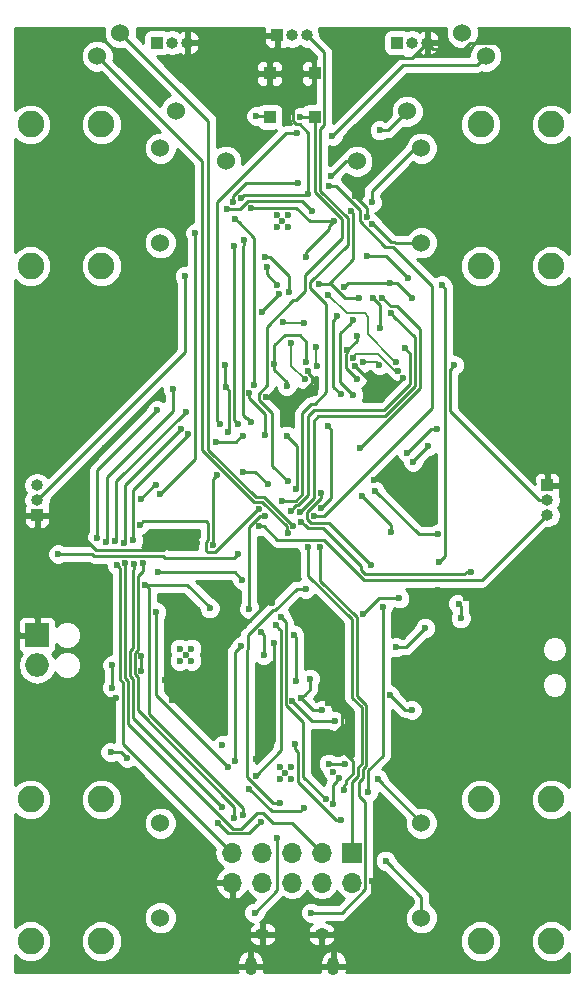
<source format=gbr>
G04 #@! TF.FileFunction,Copper,L2,Bot,Signal*
%FSLAX46Y46*%
G04 Gerber Fmt 4.6, Leading zero omitted, Abs format (unit mm)*
G04 Created by KiCad (PCBNEW 4.0.7-e2-6376~58~ubuntu16.04.1) date Mon Apr 30 10:34:26 2018*
%MOMM*%
%LPD*%
G01*
G04 APERTURE LIST*
%ADD10C,0.100000*%
%ADD11R,1.700000X1.700000*%
%ADD12O,1.700000X1.700000*%
%ADD13R,1.000000X1.000000*%
%ADD14O,1.000000X1.000000*%
%ADD15O,1.250000X0.950000*%
%ADD16O,1.000000X1.550000*%
%ADD17O,1.998980X1.998980*%
%ADD18R,1.998980X1.998980*%
%ADD19C,2.250000*%
%ADD20C,1.524000*%
%ADD21R,1.020000X1.020000*%
%ADD22C,0.600000*%
%ADD23C,0.250000*%
%ADD24C,0.152400*%
%ADD25C,0.254000*%
G04 APERTURE END LIST*
D10*
D11*
X153670000Y-167005000D03*
D12*
X153670000Y-169545000D03*
X151130000Y-167005000D03*
X151130000Y-169545000D03*
X148590000Y-167005000D03*
X148590000Y-169545000D03*
X146050000Y-167005000D03*
X146050000Y-169545000D03*
X143510000Y-167005000D03*
X143510000Y-169545000D03*
D13*
X137160000Y-98425000D03*
D14*
X138430000Y-98425000D03*
X139700000Y-98425000D03*
D13*
X157480000Y-98425000D03*
D14*
X158750000Y-98425000D03*
X160020000Y-98425000D03*
D15*
X146090000Y-173910000D03*
X151090000Y-173910000D03*
D16*
X145090000Y-176610000D03*
X152090000Y-176610000D03*
D13*
X170180000Y-135890000D03*
D14*
X170180000Y-137160000D03*
X170180000Y-138430000D03*
D13*
X147320000Y-97790000D03*
D14*
X148590000Y-97790000D03*
X149860000Y-97790000D03*
D13*
X127000000Y-138430000D03*
D14*
X127000000Y-137160000D03*
X127000000Y-135890000D03*
D17*
X127000000Y-151130000D03*
D18*
X127000000Y-148590000D03*
D19*
X132451100Y-117353600D03*
X126451100Y-117353600D03*
D20*
X137451100Y-107353600D03*
X137451100Y-115353600D03*
D19*
X126451100Y-105353600D03*
X132451100Y-105353600D03*
X164551100Y-105353600D03*
X170551100Y-105353600D03*
D20*
X159551100Y-115353600D03*
X159551100Y-107353600D03*
D19*
X170551100Y-117353600D03*
X164551100Y-117353600D03*
X164551100Y-162503600D03*
X170551100Y-162503600D03*
D20*
X159551100Y-172503600D03*
X159551100Y-164503600D03*
D19*
X170551100Y-174503600D03*
X164551100Y-174503600D03*
X132451100Y-174503600D03*
X126451100Y-174503600D03*
D20*
X137451100Y-164503600D03*
X137451100Y-172503600D03*
D19*
X126451100Y-162503600D03*
X132451100Y-162503600D03*
D20*
X142969444Y-108477545D03*
X138726804Y-104234905D03*
X132080000Y-99568000D03*
X134059899Y-97588101D03*
X154088680Y-108477545D03*
X158331320Y-104234905D03*
X162998225Y-97588101D03*
X164978124Y-99568000D03*
D21*
X150495000Y-104710000D03*
X146685000Y-104710000D03*
X150495000Y-101030000D03*
X146685000Y-101030000D03*
D22*
X139573000Y-150241000D03*
X139073000Y-149741000D03*
X140073000Y-149741000D03*
X140073000Y-150741000D03*
X139073000Y-150741000D03*
X147779000Y-113500000D03*
X147279000Y-113000000D03*
X148279000Y-113000000D03*
X148279000Y-114000000D03*
X147279000Y-114000000D03*
X148033000Y-160236000D03*
X147533000Y-159736000D03*
X148533000Y-159736000D03*
X148533000Y-160736000D03*
X147533000Y-160736000D03*
X149983243Y-111206037D03*
X144253001Y-111594503D03*
X155368011Y-169408211D03*
X158012968Y-126804331D03*
X146321803Y-131677577D03*
X153014584Y-161728576D03*
X140526714Y-140831167D03*
X138406252Y-154074306D03*
X164738384Y-146841473D03*
X163283447Y-145458980D03*
X153910428Y-125847251D03*
X149974395Y-126259811D03*
X155536743Y-135423459D03*
X146348251Y-128393599D03*
X144988530Y-128089078D03*
X150571652Y-128117192D03*
X153963695Y-111420516D03*
X146896573Y-145886909D03*
X149317524Y-146261201D03*
X135838011Y-151620730D03*
X135838011Y-150378416D03*
X133705991Y-153924000D03*
X144526000Y-147828000D03*
X129032000Y-101473000D03*
X129032000Y-98425000D03*
X154940000Y-113157000D03*
X151557830Y-157108493D03*
X151638000Y-154305000D03*
X160909000Y-144780000D03*
X167513000Y-148336000D03*
X151297693Y-148417107D03*
X160401000Y-138684000D03*
X137795000Y-152400000D03*
X138938000Y-140081000D03*
X135763000Y-137033000D03*
X137033000Y-135890000D03*
X132715000Y-132715000D03*
X130175000Y-137160000D03*
X168275000Y-101600000D03*
X168275000Y-99060000D03*
X152400000Y-99695000D03*
X150495000Y-99695000D03*
X130810000Y-159385000D03*
X130810000Y-155575000D03*
X145507477Y-159082650D03*
X147075190Y-149250400D03*
X154086510Y-123233364D03*
X154051000Y-126899662D03*
X153254568Y-124489744D03*
X149809243Y-125463033D03*
X148135196Y-127478840D03*
X147076816Y-125644343D03*
X137160000Y-129540000D03*
X132080000Y-140335000D03*
X133350000Y-151130000D03*
X133350000Y-153035000D03*
X152083067Y-160168936D03*
X145099376Y-112409425D03*
X152119556Y-113569605D03*
X161031615Y-142404216D03*
X158443021Y-118395241D03*
X157676454Y-145469687D03*
X154963752Y-116461223D03*
X148768032Y-148562696D03*
X148967124Y-152464884D03*
X154592020Y-146839940D03*
X161269680Y-118950740D03*
X149799040Y-116611400D03*
X135981777Y-142496497D03*
X143717709Y-164072062D03*
X145816683Y-137902954D03*
X135697603Y-139234835D03*
X146316574Y-116588602D03*
X148313290Y-119534558D03*
X149366948Y-153924368D03*
X151909814Y-109717362D03*
X151130000Y-154940000D03*
X156845000Y-153670000D03*
X158750000Y-154940000D03*
X156210000Y-120015000D03*
X154305000Y-132715000D03*
X142875000Y-125730000D03*
X141886577Y-140932925D03*
X153556046Y-112654480D03*
X150905333Y-118904172D03*
X154299513Y-120053216D03*
X142998521Y-127621674D03*
X143189732Y-131375070D03*
X156004051Y-105842468D03*
X146514319Y-135828820D03*
X145948009Y-148336000D03*
X142240000Y-135001000D03*
X144399000Y-134747000D03*
X142670211Y-157885588D03*
X150114000Y-152273000D03*
X146177000Y-150241000D03*
X144434858Y-163852481D03*
X141624992Y-146313095D03*
X132852230Y-140700739D03*
X138498759Y-127720354D03*
X145415000Y-172085000D03*
X147320000Y-165735000D03*
X136168538Y-144328582D03*
X149975421Y-141119889D03*
X134485235Y-142515821D03*
X134365257Y-140769513D03*
X139169380Y-131109131D03*
X154508894Y-136841182D03*
X156931632Y-139868920D03*
X156296343Y-146221811D03*
X155035630Y-161855723D03*
X135233918Y-142538042D03*
X139752439Y-131604997D03*
X135153031Y-140513174D03*
X142637782Y-163179692D03*
X133745045Y-142630439D03*
X133602491Y-140656974D03*
X139577439Y-129664677D03*
X158830901Y-133921500D03*
X160134300Y-132575300D03*
X146430010Y-117404797D03*
X147354246Y-118966072D03*
X158720962Y-120021191D03*
X162321425Y-125729106D03*
X152956013Y-119121724D03*
X139501573Y-118186297D03*
X156845000Y-118745000D03*
X145832675Y-139384894D03*
X147707991Y-137202223D03*
X128778000Y-141732000D03*
X144018000Y-141732000D03*
X148215506Y-135568099D03*
X149288986Y-104745103D03*
X143119631Y-112503398D03*
X150251062Y-112673194D03*
X155366248Y-113781251D03*
X155333237Y-111946519D03*
X148879607Y-157772739D03*
X156516611Y-167695311D03*
X152770840Y-164231320D03*
X151706727Y-159481705D03*
X153100383Y-159502649D03*
X155847717Y-160755044D03*
X152583952Y-160725832D03*
X152063871Y-162922492D03*
X145948969Y-164371719D03*
X142308580Y-164538660D03*
X146035009Y-121225600D03*
X147484432Y-119703684D03*
X150981680Y-141110351D03*
X150215600Y-172085000D03*
X160910873Y-140067865D03*
X155613537Y-136374515D03*
X147828000Y-122051595D03*
X149606137Y-122174137D03*
X155982602Y-125682414D03*
X154568210Y-125486918D03*
X148522127Y-123867525D03*
X149658399Y-126940005D03*
X148497089Y-138060631D03*
X158120077Y-124287981D03*
X156963795Y-121329965D03*
X149263316Y-138152577D03*
X155464017Y-120082287D03*
X152412643Y-121593760D03*
X152717169Y-128173913D03*
X156046858Y-122611895D03*
X153774054Y-121934112D03*
X153774054Y-128251537D03*
X148214407Y-139950850D03*
X148703574Y-139382314D03*
X160892349Y-131140200D03*
X158330900Y-133134100D03*
X152015490Y-106303284D03*
X142524035Y-130723537D03*
X148981115Y-106106028D03*
X145542000Y-104648000D03*
X163778488Y-143255445D03*
X149349611Y-139001323D03*
X148890528Y-136190497D03*
X148123303Y-131718411D03*
X157387844Y-125478948D03*
X151666255Y-119808401D03*
X157559814Y-126207951D03*
X153714343Y-125092825D03*
X150724768Y-125779732D03*
X150587379Y-124210046D03*
X143711696Y-115655585D03*
X144032476Y-130702291D03*
X144489479Y-115160448D03*
X145082970Y-130525995D03*
X137283664Y-143252398D03*
X144390931Y-143898304D03*
X140379007Y-114554000D03*
X137431010Y-136639321D03*
X143798773Y-113354102D03*
X151069778Y-137802960D03*
X151614455Y-130885005D03*
X145406361Y-127395054D03*
X149105889Y-110318835D03*
X143570632Y-111903359D03*
X151678892Y-110558463D03*
X150456567Y-138507008D03*
X147574000Y-162814000D03*
X149747561Y-144660507D03*
X147626254Y-147042255D03*
X149573436Y-163198972D03*
X144987219Y-161614711D03*
X151435508Y-162508492D03*
X143197447Y-159761869D03*
X144453760Y-131753266D03*
X137100010Y-146621500D03*
X142176500Y-132232400D03*
X147204906Y-147748907D03*
X144969035Y-146358017D03*
X145519060Y-160485270D03*
X146318937Y-138474507D03*
X155261444Y-142620777D03*
X144261514Y-149510438D03*
X143735003Y-159238749D03*
X151072772Y-136548951D03*
X148626497Y-154193086D03*
X162872926Y-147155401D03*
X157411367Y-149633465D03*
X152208329Y-155865363D03*
X159885912Y-147977028D03*
X162687000Y-145923000D03*
X134620000Y-159004000D03*
X133223000Y-158496000D03*
D23*
X144553000Y-111294504D02*
X149007860Y-111294504D01*
X149983243Y-110781773D02*
X149983243Y-111206037D01*
X150495000Y-101790000D02*
X148653579Y-103631421D01*
X150495000Y-101030000D02*
X150495000Y-101790000D01*
X149254605Y-105320104D02*
X149983243Y-106048742D01*
X149983243Y-106048742D02*
X149983243Y-110781773D01*
X148653579Y-105021104D02*
X148952579Y-105320104D01*
X148952579Y-105320104D02*
X149254605Y-105320104D01*
X148653579Y-103631421D02*
X148653579Y-105021104D01*
X149820755Y-111368525D02*
X149983243Y-111206037D01*
X144253001Y-111594503D02*
X144553000Y-111294504D01*
X149007860Y-111294504D02*
X149081881Y-111368525D01*
X149081881Y-111368525D02*
X149820755Y-111368525D01*
X151653356Y-157141772D02*
X153785992Y-159274408D01*
X153785992Y-160295227D02*
X153144015Y-160937204D01*
X153014584Y-161304312D02*
X153014584Y-161728576D01*
X153144015Y-161174881D02*
X153014584Y-161304312D01*
X153144015Y-160937204D02*
X153144015Y-161174881D01*
X153785992Y-159274408D02*
X153785992Y-160295227D01*
X151090000Y-173910000D02*
X151965000Y-173910000D01*
X155368011Y-170506989D02*
X155368011Y-169832475D01*
X155368011Y-169832475D02*
X155368011Y-169408211D01*
X151965000Y-173910000D02*
X155368011Y-170506989D01*
X157712969Y-127104330D02*
X158012968Y-126804331D01*
X157644300Y-127172999D02*
X157712969Y-127104330D01*
X155236176Y-127172999D02*
X157644300Y-127172999D01*
X153910428Y-125847251D02*
X155236176Y-127172999D01*
X146321803Y-131253313D02*
X146321803Y-131677577D01*
X146321803Y-129846615D02*
X146321803Y-131253313D01*
X144988530Y-128089078D02*
X144988530Y-128513342D01*
X144988530Y-128513342D02*
X146321803Y-129846615D01*
X140526714Y-140831167D02*
X139776547Y-140081000D01*
X139776547Y-140081000D02*
X138938000Y-140081000D01*
X138406252Y-153011252D02*
X137795000Y-152400000D01*
X138406252Y-154074306D02*
X138406252Y-153011252D01*
X164738384Y-146841473D02*
X164738384Y-146931892D01*
X164738384Y-146931892D02*
X166142492Y-148336000D01*
X166142492Y-148336000D02*
X167513000Y-148336000D01*
X163283447Y-145458980D02*
X162604467Y-144780000D01*
X162604467Y-144780000D02*
X160909000Y-144780000D01*
X152400000Y-99695000D02*
X152405137Y-99700137D01*
X152405137Y-99700137D02*
X158744863Y-99700137D01*
X158744863Y-99700137D02*
X159520001Y-98924999D01*
X159520001Y-98924999D02*
X160020000Y-98425000D01*
X149974395Y-126390429D02*
X149974395Y-126259811D01*
X150204229Y-126620263D02*
X149974395Y-126390429D01*
X160401000Y-138684000D02*
X157140459Y-135423459D01*
X157140459Y-135423459D02*
X155536743Y-135423459D01*
X146348251Y-128393599D02*
X149137320Y-128393599D01*
X149137320Y-128393599D02*
X150246068Y-127284851D01*
X150246068Y-127284851D02*
X150246068Y-126662102D01*
X150246068Y-126662102D02*
X150204229Y-126620263D01*
X150571652Y-128117192D02*
X150571652Y-126987686D01*
X150571652Y-126987686D02*
X150204229Y-126620263D01*
X154940000Y-112396821D02*
X153963695Y-111420516D01*
X154940000Y-113157000D02*
X154940000Y-112396821D01*
X146472309Y-145886909D02*
X146896573Y-145886909D01*
X146467091Y-145886909D02*
X146472309Y-145886909D01*
X144526000Y-147828000D02*
X146467091Y-145886909D01*
X149317524Y-146436938D02*
X149317524Y-146261201D01*
X151297693Y-148417107D02*
X149317524Y-146436938D01*
X151982094Y-157108493D02*
X151557830Y-157108493D01*
X152783330Y-156307257D02*
X151982094Y-157108493D01*
X152062264Y-154305000D02*
X152783330Y-155026066D01*
X151638000Y-154305000D02*
X152062264Y-154305000D01*
X152783330Y-155026066D02*
X152783330Y-156307257D01*
X132461000Y-153924000D02*
X133281727Y-153924000D01*
X130810000Y-155575000D02*
X132461000Y-153924000D01*
X135838011Y-150378416D02*
X135838011Y-151620730D01*
X133281727Y-153924000D02*
X133705991Y-153924000D01*
X129032000Y-98425000D02*
X129032000Y-101473000D01*
X131953000Y-141351000D02*
X130175000Y-139573000D01*
X130175000Y-139573000D02*
X130175000Y-137160000D01*
X137668000Y-141351000D02*
X131953000Y-141351000D01*
X138938000Y-140081000D02*
X137668000Y-141351000D01*
X137033000Y-135890000D02*
X136906000Y-135890000D01*
X136906000Y-135890000D02*
X135763000Y-137033000D01*
X130175000Y-137160000D02*
X130175000Y-135255000D01*
X130175000Y-135255000D02*
X132715000Y-132715000D01*
X168275000Y-99060000D02*
X168275000Y-101600000D01*
X160020000Y-98425000D02*
X160519999Y-98924999D01*
X163659088Y-98425000D02*
X167640000Y-98425000D01*
X160519999Y-98924999D02*
X163159089Y-98924999D01*
X163159089Y-98924999D02*
X163659088Y-98425000D01*
X167640000Y-98425000D02*
X168275000Y-99060000D01*
X150495000Y-101030000D02*
X150495000Y-99695000D01*
X145807476Y-158782651D02*
X145507477Y-159082650D01*
X147075190Y-157514937D02*
X145807476Y-158782651D01*
X147075190Y-149250400D02*
X147075190Y-157514937D01*
X154086510Y-123657802D02*
X154086510Y-123657628D01*
X154086510Y-123657628D02*
X154086510Y-123233364D01*
X153254568Y-124489744D02*
X154086510Y-123657802D01*
X153751001Y-126599663D02*
X154051000Y-126899662D01*
X153139342Y-125988004D02*
X153751001Y-126599663D01*
X153139342Y-124816824D02*
X153139342Y-125988004D01*
X153254568Y-124489744D02*
X153254568Y-124701598D01*
X153254568Y-124701598D02*
X153139342Y-124816824D01*
X149225000Y-123190000D02*
X149809243Y-123774243D01*
X147955000Y-123190000D02*
X149225000Y-123190000D01*
X147076816Y-124068184D02*
X147955000Y-123190000D01*
X149809243Y-125038769D02*
X149809243Y-125463033D01*
X147076816Y-125644343D02*
X147076816Y-124068184D01*
X149809243Y-123774243D02*
X149809243Y-125038769D01*
X148135196Y-127478840D02*
X148135196Y-127198832D01*
X148135196Y-127198832D02*
X147076816Y-126140452D01*
X147076816Y-126140452D02*
X147076816Y-125644343D01*
X132080000Y-140335000D02*
X132080000Y-134620000D01*
X132080000Y-134620000D02*
X137160000Y-129540000D01*
X133350000Y-153035000D02*
X133350000Y-151130000D01*
X150128155Y-113569605D02*
X148967975Y-112409425D01*
X152119556Y-113569605D02*
X150128155Y-113569605D01*
X148967975Y-112409425D02*
X145523640Y-112409425D01*
X145523640Y-112409425D02*
X145099376Y-112409425D01*
X149799040Y-116134434D02*
X149799040Y-116611400D01*
X161031615Y-142404216D02*
X161569679Y-141866152D01*
X161569679Y-141866152D02*
X161569679Y-119250739D01*
X161569679Y-119250739D02*
X161269680Y-118950740D01*
X152119556Y-113569605D02*
X151723501Y-113965660D01*
X151723501Y-113965660D02*
X151723501Y-114209973D01*
X151723501Y-114209973D02*
X149799040Y-116134434D01*
X154963752Y-116461223D02*
X156509003Y-116461223D01*
X156509003Y-116461223D02*
X158443021Y-118395241D01*
X157676454Y-145469687D02*
X155962273Y-145469687D01*
X155962273Y-145469687D02*
X154592020Y-146839940D01*
X148967124Y-148761788D02*
X148768032Y-148562696D01*
X148967124Y-152464884D02*
X148967124Y-148761788D01*
X135539989Y-149847718D02*
X135539989Y-143618435D01*
X135539989Y-154939510D02*
X135539989Y-152158280D01*
X135263001Y-151881292D02*
X135263001Y-150124706D01*
X143717709Y-163117230D02*
X135539989Y-154939510D01*
X135539989Y-143618435D02*
X135981777Y-143176647D01*
X135539989Y-152158280D02*
X135263001Y-151881292D01*
X135981777Y-143176647D02*
X135981777Y-142920761D01*
X135981777Y-142920761D02*
X135981777Y-142496497D01*
X143717709Y-164072062D02*
X143717709Y-163117230D01*
X135263001Y-150124706D02*
X135539989Y-149847718D01*
X145816683Y-137902954D02*
X145743135Y-137902954D01*
X145743135Y-137902954D02*
X142084208Y-141561881D01*
X142084208Y-141561881D02*
X141419823Y-141561881D01*
X141419823Y-141561881D02*
X141272903Y-141414961D01*
X141272903Y-141414961D02*
X141272903Y-140711839D01*
X141272903Y-140711839D02*
X141451306Y-140533436D01*
X141451306Y-140533436D02*
X141451306Y-139075152D01*
X141451306Y-139075152D02*
X141310990Y-138934836D01*
X141310990Y-138934836D02*
X135997602Y-138934836D01*
X135997602Y-138934836D02*
X135697603Y-139234835D01*
X148313290Y-118161054D02*
X146740838Y-116588602D01*
X146740838Y-116588602D02*
X146316574Y-116588602D01*
X148313290Y-119534558D02*
X148313290Y-118161054D01*
X150382580Y-154940000D02*
X149666947Y-154224367D01*
X151130000Y-154940000D02*
X150382580Y-154940000D01*
X149666947Y-153624369D02*
X149366948Y-153924368D01*
X150114000Y-152273000D02*
X150114000Y-153177316D01*
X150114000Y-153177316D02*
X149666947Y-153624369D01*
X149666947Y-154224367D02*
X149366948Y-153924368D01*
X151909814Y-109717362D02*
X153149631Y-108477545D01*
X153149631Y-108477545D02*
X154088680Y-108477545D01*
X158750000Y-154940000D02*
X158115000Y-154940000D01*
X158115000Y-154940000D02*
X156845000Y-153670000D01*
X156950955Y-120755955D02*
X156210000Y-120015000D01*
X157480000Y-120755955D02*
X156950955Y-120755955D01*
X159384999Y-127635000D02*
X159384999Y-122660954D01*
X159384999Y-122660954D02*
X157480000Y-120755955D01*
X154305000Y-132715000D02*
X159384999Y-127635000D01*
X142875000Y-125730000D02*
X142875000Y-127498153D01*
X142875000Y-127498153D02*
X142998521Y-127621674D01*
X141886577Y-140932925D02*
X141859000Y-140905348D01*
X141859000Y-140905348D02*
X141859000Y-135382000D01*
X141859000Y-135382000D02*
X142240000Y-135001000D01*
X153556046Y-112654480D02*
X153725367Y-112823801D01*
X153725367Y-112823801D02*
X153725367Y-116784633D01*
X153725367Y-116784633D02*
X151765000Y-118745000D01*
X151605828Y-118904172D02*
X151329597Y-118904172D01*
X151765000Y-118745000D02*
X151605828Y-118904172D01*
X151329597Y-118904172D02*
X150905333Y-118904172D01*
X153875249Y-120053216D02*
X154299513Y-120053216D01*
X153073216Y-120053216D02*
X153875249Y-120053216D01*
X151765000Y-118745000D02*
X153073216Y-120053216D01*
X142998521Y-127621674D02*
X143288879Y-127912032D01*
X143288879Y-127912032D02*
X143288879Y-131275923D01*
X143288879Y-131275923D02*
X143189732Y-131375070D01*
X156723757Y-105842468D02*
X156004051Y-105842468D01*
X158331320Y-104234905D02*
X156723757Y-105842468D01*
X144399000Y-134747000D02*
X145432499Y-134747000D01*
X145432499Y-134747000D02*
X146514319Y-135828820D01*
X146177000Y-148564991D02*
X145948009Y-148336000D01*
X146177000Y-150241000D02*
X146177000Y-148564991D01*
X136468537Y-155248745D02*
X144434858Y-163215066D01*
X136468537Y-144628581D02*
X136468537Y-155248745D01*
X144434858Y-163215066D02*
X144434858Y-163428217D01*
X136168538Y-144328582D02*
X136468537Y-144628581D01*
X144434858Y-163428217D02*
X144434858Y-163852481D01*
X141624992Y-146239002D02*
X139714572Y-144328582D01*
X139714572Y-144328582D02*
X136168538Y-144328582D01*
X141624992Y-146313095D02*
X141624992Y-146239002D01*
X132852230Y-140700739D02*
X132944757Y-140608212D01*
X132944757Y-140608212D02*
X132944757Y-135164937D01*
X132944757Y-135164937D02*
X138498759Y-129610935D01*
X138498759Y-129610935D02*
X138498759Y-128144618D01*
X138498759Y-128144618D02*
X138498759Y-127720354D01*
X147320000Y-165735000D02*
X147320000Y-170180000D01*
X147320000Y-170180000D02*
X145415000Y-172085000D01*
X153670000Y-147262269D02*
X153670000Y-153886737D01*
X149962557Y-141132753D02*
X149962557Y-143554826D01*
X149975421Y-141119889D02*
X149962557Y-141132753D01*
X154485933Y-159465477D02*
X154186003Y-159765407D01*
X154485933Y-154702670D02*
X154485933Y-159465477D01*
X153670000Y-153886737D02*
X154485933Y-154702670D01*
X154186003Y-159765407D02*
X154186003Y-160488019D01*
X154186003Y-160488019D02*
X153670000Y-161004022D01*
X153670000Y-161004022D02*
X153670000Y-167005000D01*
X149962557Y-143554826D02*
X153670000Y-147262269D01*
X146154332Y-163655440D02*
X145602328Y-163655440D01*
X143572879Y-164982040D02*
X134693677Y-156102838D01*
X134693677Y-152443368D02*
X134462979Y-152212670D01*
X148617861Y-164492861D02*
X146991753Y-164492861D01*
X134462979Y-149793328D02*
X134485235Y-149771072D01*
X144275728Y-164982040D02*
X143572879Y-164982040D01*
X145602328Y-163655440D02*
X144275728Y-164982040D01*
X134485235Y-142940085D02*
X134485235Y-142515821D01*
X146991753Y-164492861D02*
X146154332Y-163655440D01*
X151130000Y-167005000D02*
X148617861Y-164492861D01*
X134693677Y-156102838D02*
X134693677Y-152443368D01*
X134462979Y-152212670D02*
X134462979Y-149793328D01*
X134485235Y-149771072D02*
X134485235Y-142940085D01*
X134365257Y-140769513D02*
X134430479Y-140704291D01*
X134430479Y-135848032D02*
X139169380Y-131109131D01*
X134430479Y-140704291D02*
X134430479Y-135848032D01*
X155035630Y-161431459D02*
X155035630Y-161855723D01*
X155035630Y-160047180D02*
X155035630Y-161431459D01*
X156270998Y-158811812D02*
X155035630Y-160047180D01*
X156270998Y-153394478D02*
X156270998Y-158811812D01*
X156296343Y-153369133D02*
X156270998Y-153394478D01*
X156296343Y-146221811D02*
X156296343Y-153369133D01*
X156931632Y-139868920D02*
X156931632Y-139263920D01*
X156931632Y-139263920D02*
X154508894Y-136841182D01*
X134862990Y-152046981D02*
X134862990Y-149959017D01*
X134862990Y-149959017D02*
X135139978Y-149682029D01*
X135139978Y-149682029D02*
X135139978Y-143056246D01*
X142637782Y-163179692D02*
X135093688Y-155635598D01*
X135233918Y-142962306D02*
X135233918Y-142538042D01*
X135093688Y-155635598D02*
X135093688Y-152277679D01*
X135093688Y-152277679D02*
X134862990Y-152046981D01*
X135139978Y-143056246D02*
X135233918Y-142962306D01*
X139752439Y-131604997D02*
X139752439Y-131628752D01*
X139752439Y-131628752D02*
X135086521Y-136294670D01*
X135086521Y-136294670D02*
X135086521Y-140446664D01*
X135086521Y-140446664D02*
X135153031Y-140513174D01*
X134060899Y-142946293D02*
X134045044Y-142930438D01*
X134281001Y-157776001D02*
X134281001Y-152596392D01*
X134060899Y-152376290D02*
X134060899Y-142946293D01*
X134045044Y-142930438D02*
X133745045Y-142630439D01*
X134281001Y-152596392D02*
X134060899Y-152376290D01*
X143510000Y-167005000D02*
X134281001Y-157776001D01*
X133602491Y-140656974D02*
X133669770Y-140589695D01*
X133669770Y-140589695D02*
X133669770Y-135572346D01*
X133669770Y-135572346D02*
X139577439Y-129664677D01*
X160134300Y-132575300D02*
X158830901Y-133878699D01*
X158830901Y-133878699D02*
X158830901Y-133921500D01*
X146430010Y-118041836D02*
X146430010Y-117829061D01*
X147354246Y-118966072D02*
X146430010Y-118041836D01*
X146430010Y-117829061D02*
X146430010Y-117404797D01*
X157444771Y-118745000D02*
X158420963Y-119721192D01*
X156845000Y-118745000D02*
X157444771Y-118745000D01*
X158420963Y-119721192D02*
X158720962Y-120021191D01*
X162021426Y-126029105D02*
X162321425Y-125729106D01*
X161969745Y-126080786D02*
X162021426Y-126029105D01*
X161969745Y-129656851D02*
X161969745Y-126080786D01*
X169472894Y-137160000D02*
X161969745Y-129656851D01*
X170180000Y-137160000D02*
X169472894Y-137160000D01*
X153256012Y-118821725D02*
X152956013Y-119121724D01*
X153332737Y-118745000D02*
X153256012Y-118821725D01*
X156845000Y-118745000D02*
X153332737Y-118745000D01*
X139501573Y-124658427D02*
X139501573Y-118186297D01*
X127000000Y-137160000D02*
X139501573Y-124658427D01*
X154705658Y-143933002D02*
X164676998Y-143933002D01*
X145832675Y-139384894D02*
X146181899Y-139384894D01*
X146181899Y-139384894D02*
X147322916Y-140525911D01*
X147322916Y-140525911D02*
X151298567Y-140525911D01*
X151298567Y-140525911D02*
X154705658Y-143933002D01*
X164676998Y-143933002D02*
X170180000Y-138430000D01*
X147707991Y-137202223D02*
X148889584Y-137202223D01*
X150359999Y-98289999D02*
X149860000Y-97790000D01*
X150494364Y-129009307D02*
X151505011Y-127998660D01*
X148889584Y-137202223D02*
X149468657Y-136623150D01*
X150984217Y-105735785D02*
X151280001Y-105440001D01*
X151280001Y-105440001D02*
X151280001Y-99210001D01*
X150235843Y-129009307D02*
X150494364Y-129009307D01*
X150132042Y-118708090D02*
X153300832Y-115539300D01*
X151280001Y-99210001D02*
X150359999Y-98289999D01*
X153300832Y-113292339D02*
X150984217Y-110975724D01*
X150984217Y-110975724D02*
X150984217Y-105735785D01*
X149468657Y-129776493D02*
X150235843Y-129009307D01*
X150132042Y-119196046D02*
X150132042Y-118708090D01*
X149468657Y-136623150D02*
X149468657Y-129776493D01*
X151505011Y-120569015D02*
X150132042Y-119196046D01*
X151505011Y-127998660D02*
X151505011Y-120569015D01*
X153300832Y-115539300D02*
X153300832Y-113292339D01*
X137696334Y-141853011D02*
X131797666Y-141853011D01*
X129202264Y-141732000D02*
X128778000Y-141732000D01*
X131797666Y-141853011D02*
X131676655Y-141732000D01*
X137875322Y-142031999D02*
X137696334Y-141853011D01*
X144018000Y-141732000D02*
X143718001Y-142031999D01*
X143718001Y-142031999D02*
X137875322Y-142031999D01*
X131676655Y-141732000D02*
X129202264Y-141732000D01*
X149694466Y-119421235D02*
X149694466Y-118096468D01*
X152837801Y-113393594D02*
X150557244Y-111113037D01*
X150557244Y-110205557D02*
X150495000Y-110143313D01*
X146466602Y-127452778D02*
X146466602Y-122464757D01*
X150495000Y-110143313D02*
X150495000Y-105470000D01*
X146914570Y-134267163D02*
X146914570Y-129815308D01*
X152837801Y-114953133D02*
X152837801Y-113393594D01*
X150557244Y-111113037D02*
X150557244Y-110205557D01*
X149694466Y-118096468D02*
X152837801Y-114953133D01*
X148887018Y-120228683D02*
X149694466Y-119421235D01*
X146466602Y-122464757D02*
X148702676Y-120228683D01*
X150495000Y-105470000D02*
X150495000Y-104710000D01*
X148702676Y-120228683D02*
X148887018Y-120228683D01*
X148215506Y-135568099D02*
X146914570Y-134267163D01*
X145762369Y-128157011D02*
X146466602Y-127452778D01*
X146914570Y-129815308D02*
X145762369Y-128663107D01*
X145762369Y-128663107D02*
X145762369Y-128157011D01*
X149324089Y-104710000D02*
X149288986Y-104745103D01*
X150495000Y-104710000D02*
X149324089Y-104710000D01*
X144823854Y-111835423D02*
X144155879Y-112503398D01*
X143543895Y-112503398D02*
X143119631Y-112503398D01*
X150251062Y-112673194D02*
X149413291Y-111835423D01*
X144155879Y-112503398D02*
X143543895Y-112503398D01*
X149413291Y-111835423D02*
X144823854Y-111835423D01*
X155366248Y-113781251D02*
X155450128Y-113781251D01*
X155450128Y-113781251D02*
X156997477Y-115328600D01*
X156997477Y-115328600D02*
X157296300Y-115328600D01*
X157296300Y-115328600D02*
X157321300Y-115353600D01*
X157321300Y-115353600D02*
X159551100Y-115353600D01*
X159551100Y-107353600D02*
X158961545Y-107353600D01*
X158961545Y-107353600D02*
X155333237Y-110981908D01*
X155333237Y-110981908D02*
X155333237Y-111946519D01*
X149131651Y-158449047D02*
X148879607Y-158197003D01*
X152346576Y-164231320D02*
X149131651Y-161016395D01*
X149131651Y-161016395D02*
X149131651Y-158449047D01*
X152770840Y-164231320D02*
X152346576Y-164231320D01*
X148879607Y-158197003D02*
X148879607Y-157772739D01*
X159551100Y-170729800D02*
X156816610Y-167995310D01*
X159551100Y-172503600D02*
X159551100Y-170729800D01*
X156816610Y-167995310D02*
X156516611Y-167695311D01*
X151727671Y-159502649D02*
X151706727Y-159481705D01*
X153100383Y-159502649D02*
X151727671Y-159502649D01*
X155847717Y-160800217D02*
X155847717Y-160755044D01*
X159551100Y-164503600D02*
X155847717Y-160800217D01*
X152283953Y-161025831D02*
X152583952Y-160725832D01*
X152063871Y-162922492D02*
X152063871Y-161245913D01*
X152063871Y-161245913D02*
X152283953Y-161025831D01*
X144938637Y-165382051D02*
X145648970Y-164671718D01*
X145648970Y-164671718D02*
X145948969Y-164371719D01*
X142308580Y-164538660D02*
X143151971Y-165382051D01*
X143151971Y-165382051D02*
X144938637Y-165382051D01*
X146035009Y-121153107D02*
X146035009Y-121225600D01*
X147484432Y-119703684D02*
X146035009Y-121153107D01*
X150639864Y-172085000D02*
X150215600Y-172085000D01*
X152793522Y-172085000D02*
X150639864Y-172085000D01*
X154794001Y-170084521D02*
X152793522Y-172085000D01*
X154586014Y-160653708D02*
X154252947Y-160986775D01*
X150981680Y-141110351D02*
X150981680Y-144008249D01*
X154070011Y-147096580D02*
X154070011Y-153721048D01*
X150981680Y-144008249D02*
X154070011Y-147096580D01*
X154794001Y-162721105D02*
X154794001Y-170084521D01*
X154252947Y-162180051D02*
X154794001Y-162721105D01*
X154252947Y-160986775D02*
X154252947Y-162180051D01*
X154885944Y-159631166D02*
X154586014Y-159931096D01*
X154070011Y-153721048D02*
X154885944Y-154536981D01*
X154885944Y-154536981D02*
X154885944Y-159631166D01*
X154586014Y-159931096D02*
X154586014Y-160653708D01*
X160910873Y-140067865D02*
X159306887Y-140067865D01*
X159306887Y-140067865D02*
X155613537Y-136374515D01*
D24*
X149606137Y-122174137D02*
X147950542Y-122174137D01*
X147950542Y-122174137D02*
X147828000Y-122051595D01*
X155787106Y-125486918D02*
X155982602Y-125682414D01*
X154568210Y-125486918D02*
X155787106Y-125486918D01*
X148522127Y-124291789D02*
X148522127Y-123867525D01*
X149658399Y-126940005D02*
X148522127Y-125803733D01*
X148522127Y-125803733D02*
X148522127Y-124291789D01*
D23*
X158586978Y-124754882D02*
X158586978Y-127304450D01*
X149057923Y-137601203D02*
X148956517Y-137601203D01*
X149913392Y-130062207D02*
X149913392Y-136745734D01*
X158586978Y-127304450D02*
X156396532Y-129494896D01*
X158120077Y-124287981D02*
X158586978Y-124754882D01*
X148797088Y-137760632D02*
X148497089Y-138060631D01*
X156396532Y-129494896D02*
X150480703Y-129494896D01*
X149913392Y-136745734D02*
X149057923Y-137601203D01*
X150480703Y-129494896D02*
X149913392Y-130062207D01*
X148956517Y-137601203D02*
X148797088Y-137760632D01*
X157263794Y-121629964D02*
X156963795Y-121329965D01*
X158985989Y-123352159D02*
X157263794Y-121629964D01*
X150422424Y-130421181D02*
X150809591Y-130034014D01*
X150422424Y-136993469D02*
X150422424Y-130421181D01*
X149263316Y-138152577D02*
X150422424Y-136993469D01*
X150809591Y-130034014D02*
X156421700Y-130034014D01*
X158985989Y-127469725D02*
X158985989Y-123352159D01*
X156421700Y-130034014D02*
X158985989Y-127469725D01*
X156046858Y-122611895D02*
X156046858Y-120665128D01*
X155764016Y-120382286D02*
X155464017Y-120082287D01*
X156046858Y-120665128D02*
X155764016Y-120382286D01*
X152717169Y-128173913D02*
X152094731Y-127551475D01*
X152112644Y-121893759D02*
X152412643Y-121593760D01*
X152094731Y-121911672D02*
X152112644Y-121893759D01*
X152094731Y-127551475D02*
X152094731Y-121911672D01*
X153474055Y-122234111D02*
X153774054Y-121934112D01*
X152679567Y-123028599D02*
X153474055Y-122234111D01*
X152679567Y-127157050D02*
X152679567Y-123028599D01*
X153774054Y-128251537D02*
X152679567Y-127157050D01*
X148128572Y-139370385D02*
X148128572Y-139658316D01*
X148214407Y-139744151D02*
X148214407Y-139950850D01*
X148128572Y-139658316D02*
X148214407Y-139744151D01*
X146069063Y-137310876D02*
X148128572Y-139370385D01*
X140957639Y-108445639D02*
X140957639Y-132904637D01*
X140957639Y-132904637D02*
X145363878Y-137310876D01*
X145363878Y-137310876D02*
X146069063Y-137310876D01*
X132080000Y-99568000D02*
X140957639Y-108445639D01*
X148703574Y-139374900D02*
X148703574Y-139382314D01*
X146239539Y-136910865D02*
X148703574Y-139374900D01*
X145546865Y-136910865D02*
X146239539Y-136910865D01*
X141516555Y-132880555D02*
X145546865Y-136910865D01*
X141516555Y-105044757D02*
X141516555Y-132880555D01*
X134059899Y-97588101D02*
X141516555Y-105044757D01*
X160468085Y-131140200D02*
X160892349Y-131140200D01*
X158330900Y-133134100D02*
X160324800Y-131140200D01*
X160324800Y-131140200D02*
X160468085Y-131140200D01*
X142524035Y-130723537D02*
X142224036Y-130423538D01*
X142224036Y-130423538D02*
X142224036Y-111943624D01*
X142224036Y-111943624D02*
X148061632Y-106106028D01*
X148061632Y-106106028D02*
X148981115Y-106106028D01*
X152315489Y-106003285D02*
X152015490Y-106303284D01*
X164216125Y-100329999D02*
X157988775Y-100329999D01*
X157988775Y-100329999D02*
X152315489Y-106003285D01*
X164978124Y-99568000D02*
X164216125Y-100329999D01*
X145542000Y-104648000D02*
X146623000Y-104648000D01*
X146623000Y-104648000D02*
X146685000Y-104710000D01*
X151231806Y-139558813D02*
X149907101Y-139558813D01*
X154430293Y-143073089D02*
X154430293Y-142757300D01*
X149907101Y-139558813D02*
X149649610Y-139301322D01*
X154740204Y-143383000D02*
X154430293Y-143073089D01*
X163778488Y-143255445D02*
X163354224Y-143255445D01*
X163226669Y-143383000D02*
X154740204Y-143383000D01*
X154430293Y-142757300D02*
X151231806Y-139558813D01*
X163354224Y-143255445D02*
X163226669Y-143383000D01*
X149649610Y-139301322D02*
X149349611Y-139001323D01*
X148971000Y-136110025D02*
X148971000Y-132566108D01*
X148890528Y-136190497D02*
X148971000Y-136110025D01*
X148971000Y-132566108D02*
X148123303Y-131718411D01*
D24*
X153208066Y-121350212D02*
X154730148Y-121350212D01*
X155006807Y-123097911D02*
X157087845Y-125178949D01*
X155006807Y-121626871D02*
X155006807Y-123097911D01*
X151666255Y-119808401D02*
X153208066Y-121350212D01*
X157087845Y-125178949D02*
X157387844Y-125478948D01*
X154730148Y-121350212D02*
X155006807Y-121626871D01*
X153714343Y-125092825D02*
X154014342Y-124792826D01*
X154014342Y-124792826D02*
X155865930Y-124792826D01*
X157281055Y-126207951D02*
X157559814Y-126207951D01*
X155865930Y-124792826D02*
X157281055Y-126207951D01*
X150587379Y-125642343D02*
X150724768Y-125779732D01*
X150587379Y-124210046D02*
X150587379Y-125642343D01*
D23*
X143711696Y-130381511D02*
X143711696Y-116079849D01*
X144032476Y-130702291D02*
X143711696Y-130381511D01*
X143711696Y-116079849D02*
X143711696Y-115655585D01*
X144489479Y-115584712D02*
X144489479Y-115160448D01*
X144411809Y-129951321D02*
X144411809Y-115662382D01*
X144782971Y-130225996D02*
X144686484Y-130225996D01*
X144411809Y-115662382D02*
X144489479Y-115584712D01*
X145082970Y-130525995D02*
X144782971Y-130225996D01*
X144686484Y-130225996D02*
X144411809Y-129951321D01*
X137707928Y-143252398D02*
X137283664Y-143252398D01*
X143745025Y-143252398D02*
X137707928Y-143252398D01*
X144390931Y-143898304D02*
X143745025Y-143252398D01*
X140379007Y-114978264D02*
X140379007Y-114554000D01*
X140379007Y-133691324D02*
X140379007Y-114978264D01*
X137431010Y-136639321D02*
X140379007Y-133691324D01*
X144098772Y-113654101D02*
X143798773Y-113354102D01*
X145406361Y-127395054D02*
X145406361Y-114961690D01*
X145406361Y-114961690D02*
X144098772Y-113654101D01*
X151614455Y-130885005D02*
X151914454Y-131185004D01*
X151914454Y-131185004D02*
X151914454Y-136958284D01*
X151914454Y-136958284D02*
X151069778Y-137802960D01*
X143570632Y-111903359D02*
X143570632Y-111432488D01*
X144684285Y-110318835D02*
X148681625Y-110318835D01*
X143570632Y-111432488D02*
X144684285Y-110318835D01*
X148681625Y-110318835D02*
X149105889Y-110318835D01*
X152103156Y-110558463D02*
X151678892Y-110558463D01*
X152284005Y-110558463D02*
X152103156Y-110558463D01*
X154310989Y-112585447D02*
X152284005Y-110558463D01*
X160419011Y-119017011D02*
X157130611Y-115728611D01*
X156480456Y-115728611D02*
X154310989Y-113559144D01*
X157130611Y-115728611D02*
X156480456Y-115728611D01*
X154310989Y-113559144D02*
X154310989Y-112585447D01*
X160419011Y-129363813D02*
X160419011Y-119017011D01*
X151275816Y-138507008D02*
X160419011Y-129363813D01*
X150456567Y-138507008D02*
X151275816Y-138507008D01*
X147159138Y-146496840D02*
X146948158Y-146496840D01*
X149747561Y-144660507D02*
X148995471Y-144660507D01*
X146948158Y-146496840D02*
X144835515Y-148609483D01*
X144780000Y-149841474D02*
X144780000Y-160595732D01*
X144835515Y-148609483D02*
X144835515Y-149785959D01*
X148995471Y-144660507D02*
X147159138Y-146496840D01*
X146998268Y-162814000D02*
X147149736Y-162814000D01*
X144780000Y-160595732D02*
X146998268Y-162814000D01*
X144835515Y-149785959D02*
X144780000Y-149841474D01*
X147149736Y-162814000D02*
X147574000Y-162814000D01*
X149530661Y-160603645D02*
X149530661Y-155946772D01*
X149530661Y-155946772D02*
X148052496Y-154468607D01*
X148052496Y-147468497D02*
X147926253Y-147342254D01*
X151435508Y-162508492D02*
X149530661Y-160603645D01*
X147926253Y-147342254D02*
X147626254Y-147042255D01*
X148052496Y-154468607D02*
X148052496Y-147468497D01*
X146871479Y-163498971D02*
X149273437Y-163498971D01*
X149273437Y-163498971D02*
X149573436Y-163198972D01*
X144987219Y-161614711D02*
X146871479Y-163498971D01*
X137100010Y-153664432D02*
X142897448Y-159461870D01*
X142897448Y-159461870D02*
X143197447Y-159761869D01*
X137100010Y-146621500D02*
X137100010Y-153664432D01*
X143819533Y-132232400D02*
X142176500Y-132232400D01*
X144453760Y-131753266D02*
X144298667Y-131753266D01*
X144298667Y-131753266D02*
X143819533Y-132232400D01*
X147651288Y-158353042D02*
X147651288Y-148195289D01*
X147651288Y-148195289D02*
X147504905Y-148048906D01*
X145519060Y-160485270D02*
X147651288Y-158353042D01*
X147504905Y-148048906D02*
X147204906Y-147748907D01*
X144969035Y-145933753D02*
X144969035Y-146358017D01*
X144965941Y-145930659D02*
X144969035Y-145933753D01*
X145894673Y-138474507D02*
X144965941Y-139403239D01*
X146318937Y-138474507D02*
X145894673Y-138474507D01*
X144965941Y-139403239D02*
X144965941Y-145930659D01*
X151722676Y-139082009D02*
X154961445Y-142320778D01*
X151072772Y-136973215D02*
X149881566Y-138164421D01*
X150180566Y-139082009D02*
X151722676Y-139082009D01*
X149881566Y-138783009D02*
X150180566Y-139082009D01*
X151072772Y-136548951D02*
X151072772Y-136973215D01*
X154961445Y-142320778D02*
X155261444Y-142620777D01*
X149881566Y-138164421D02*
X149881566Y-138783009D01*
X143735003Y-150036949D02*
X143961515Y-149810437D01*
X143961515Y-149810437D02*
X144261514Y-149510438D01*
X143735003Y-159238749D02*
X143735003Y-150036949D01*
X148926496Y-154493085D02*
X148626497Y-154193086D01*
X150298774Y-155865363D02*
X148926496Y-154493085D01*
X152208329Y-155865363D02*
X150298774Y-155865363D01*
X162872926Y-147155401D02*
X162872926Y-146108926D01*
X162872926Y-146108926D02*
X162687000Y-145923000D01*
X157411367Y-149633465D02*
X158229475Y-149633465D01*
X158229475Y-149633465D02*
X159585913Y-148277027D01*
X159585913Y-148277027D02*
X159885912Y-147977028D01*
X133223000Y-158496000D02*
X134112000Y-158496000D01*
X134112000Y-158496000D02*
X134620000Y-159004000D01*
D25*
G36*
X132663142Y-97309001D02*
X132662657Y-97864762D01*
X132874889Y-98378404D01*
X133267529Y-98771730D01*
X133780799Y-98984858D01*
X134336560Y-98985343D01*
X134368954Y-98971958D01*
X138297662Y-102900666D01*
X137936501Y-103049895D01*
X137543175Y-103442535D01*
X137392413Y-103805611D01*
X133464183Y-99877381D01*
X133476757Y-99847100D01*
X133477242Y-99291339D01*
X133265010Y-98777697D01*
X132872370Y-98384371D01*
X132359100Y-98171243D01*
X131803339Y-98170758D01*
X131289697Y-98382990D01*
X130896371Y-98775630D01*
X130683243Y-99288900D01*
X130682758Y-99844661D01*
X130894990Y-100358303D01*
X131287630Y-100751629D01*
X131800900Y-100964757D01*
X132356661Y-100965242D01*
X132389055Y-100951857D01*
X137393747Y-105956549D01*
X137174439Y-105956358D01*
X136660797Y-106168590D01*
X136267471Y-106561230D01*
X136054343Y-107074500D01*
X136053858Y-107630261D01*
X136266090Y-108143903D01*
X136658730Y-108537229D01*
X137172000Y-108750357D01*
X137727761Y-108750842D01*
X138241403Y-108538610D01*
X138634729Y-108145970D01*
X138847857Y-107632700D01*
X138848051Y-107410853D01*
X140197639Y-108760441D01*
X140197639Y-113618841D01*
X140193840Y-113618838D01*
X139850064Y-113760883D01*
X139586815Y-114023673D01*
X139444169Y-114367201D01*
X139443845Y-114739167D01*
X139585890Y-115082943D01*
X139619007Y-115116118D01*
X139619007Y-117251399D01*
X139316406Y-117251135D01*
X138972630Y-117393180D01*
X138709381Y-117655970D01*
X138566735Y-117999498D01*
X138566411Y-118371464D01*
X138708456Y-118715240D01*
X138741573Y-118748415D01*
X138741573Y-124343625D01*
X127894081Y-135191117D01*
X127824802Y-135087434D01*
X127456582Y-134841397D01*
X127022236Y-134755000D01*
X126977764Y-134755000D01*
X126543418Y-134841397D01*
X126175198Y-135087434D01*
X125929161Y-135455654D01*
X125842764Y-135890000D01*
X125929161Y-136324346D01*
X126063234Y-136525000D01*
X125929161Y-136725654D01*
X125842764Y-137160000D01*
X125929161Y-137594346D01*
X125943083Y-137615182D01*
X125865000Y-137803690D01*
X125865000Y-138144250D01*
X126023750Y-138303000D01*
X126873000Y-138303000D01*
X126873000Y-138283000D01*
X126917436Y-138283000D01*
X126977764Y-138295000D01*
X127022236Y-138295000D01*
X127082564Y-138283000D01*
X127127000Y-138283000D01*
X127127000Y-138303000D01*
X127976250Y-138303000D01*
X128135000Y-138144250D01*
X128135000Y-137803690D01*
X128056917Y-137615182D01*
X128070839Y-137594346D01*
X128157236Y-137160000D01*
X128143559Y-137091243D01*
X137563801Y-127671001D01*
X137563597Y-127905521D01*
X137705642Y-128249297D01*
X137738759Y-128282472D01*
X137738759Y-128796325D01*
X137690327Y-128747808D01*
X137346799Y-128605162D01*
X136974833Y-128604838D01*
X136631057Y-128746883D01*
X136367808Y-129009673D01*
X136225162Y-129353201D01*
X136225121Y-129400077D01*
X131542599Y-134082599D01*
X131377852Y-134329161D01*
X131320000Y-134620000D01*
X131320000Y-139772537D01*
X131287808Y-139804673D01*
X131145162Y-140148201D01*
X131144838Y-140520167D01*
X131286883Y-140863943D01*
X131394752Y-140972000D01*
X129340463Y-140972000D01*
X129308327Y-140939808D01*
X128964799Y-140797162D01*
X128592833Y-140796838D01*
X128249057Y-140938883D01*
X127985808Y-141201673D01*
X127843162Y-141545201D01*
X127842838Y-141917167D01*
X127984883Y-142260943D01*
X128247673Y-142524192D01*
X128591201Y-142666838D01*
X128963167Y-142667162D01*
X129306943Y-142525117D01*
X129340118Y-142492000D01*
X131412302Y-142492000D01*
X131506826Y-142555159D01*
X131797666Y-142613011D01*
X132810059Y-142613011D01*
X132809883Y-142815606D01*
X132951928Y-143159382D01*
X133214718Y-143422631D01*
X133300899Y-143458417D01*
X133300899Y-150194957D01*
X133164833Y-150194838D01*
X132821057Y-150336883D01*
X132557808Y-150599673D01*
X132415162Y-150943201D01*
X132414838Y-151315167D01*
X132556883Y-151658943D01*
X132590000Y-151692118D01*
X132590000Y-152472537D01*
X132557808Y-152504673D01*
X132415162Y-152848201D01*
X132414838Y-153220167D01*
X132556883Y-153563943D01*
X132819673Y-153827192D01*
X133163201Y-153969838D01*
X133521001Y-153970150D01*
X133521001Y-157607337D01*
X133409799Y-157561162D01*
X133037833Y-157560838D01*
X132694057Y-157702883D01*
X132430808Y-157965673D01*
X132288162Y-158309201D01*
X132287838Y-158681167D01*
X132429883Y-159024943D01*
X132692673Y-159288192D01*
X133036201Y-159430838D01*
X133408167Y-159431162D01*
X133729900Y-159298225D01*
X133826883Y-159532943D01*
X134089673Y-159796192D01*
X134433201Y-159938838D01*
X134805167Y-159939162D01*
X135148943Y-159797117D01*
X135188163Y-159757965D01*
X142088229Y-166658031D01*
X142025000Y-166975907D01*
X142025000Y-167034093D01*
X142138039Y-167602378D01*
X142459946Y-168084147D01*
X142743101Y-168273345D01*
X142743076Y-168273355D01*
X142314817Y-168663642D01*
X142068514Y-169188108D01*
X142189181Y-169418000D01*
X143383000Y-169418000D01*
X143383000Y-169398000D01*
X143637000Y-169398000D01*
X143637000Y-169418000D01*
X143657000Y-169418000D01*
X143657000Y-169672000D01*
X143637000Y-169672000D01*
X143637000Y-170865155D01*
X143866890Y-170986476D01*
X144276924Y-170816645D01*
X144705183Y-170426358D01*
X144772298Y-170283447D01*
X144999946Y-170624147D01*
X145480174Y-170945024D01*
X145275320Y-171149878D01*
X145229833Y-171149838D01*
X144886057Y-171291883D01*
X144622808Y-171554673D01*
X144480162Y-171898201D01*
X144479838Y-172270167D01*
X144621883Y-172613943D01*
X144884673Y-172877192D01*
X145228201Y-173019838D01*
X145300608Y-173019901D01*
X145054448Y-173238179D01*
X144870732Y-173612062D01*
X144997266Y-173783000D01*
X145963000Y-173783000D01*
X145963000Y-172957437D01*
X146217000Y-172957437D01*
X146217000Y-173783000D01*
X147182734Y-173783000D01*
X147309268Y-173612062D01*
X147125552Y-173238179D01*
X146801049Y-172950432D01*
X146391131Y-172808771D01*
X146217000Y-172957437D01*
X145963000Y-172957437D01*
X145894178Y-172898679D01*
X145943943Y-172878117D01*
X146207192Y-172615327D01*
X146349838Y-172271799D01*
X146349879Y-172224923D01*
X147786148Y-170788654D01*
X148021715Y-170946054D01*
X148590000Y-171059093D01*
X149158285Y-170946054D01*
X149640054Y-170624147D01*
X149860000Y-170294974D01*
X150079946Y-170624147D01*
X150561715Y-170946054D01*
X151130000Y-171059093D01*
X151698285Y-170946054D01*
X152180054Y-170624147D01*
X152407702Y-170283447D01*
X152474817Y-170426358D01*
X152903076Y-170816645D01*
X152962473Y-170841247D01*
X152478720Y-171325000D01*
X150778063Y-171325000D01*
X150745927Y-171292808D01*
X150402399Y-171150162D01*
X150030433Y-171149838D01*
X149686657Y-171291883D01*
X149423408Y-171554673D01*
X149280762Y-171898201D01*
X149280438Y-172270167D01*
X149422483Y-172613943D01*
X149685273Y-172877192D01*
X150028801Y-173019838D01*
X150300412Y-173020075D01*
X150054448Y-173238179D01*
X149870732Y-173612062D01*
X149997266Y-173783000D01*
X150963000Y-173783000D01*
X150963000Y-173763000D01*
X151217000Y-173763000D01*
X151217000Y-173783000D01*
X152182734Y-173783000D01*
X152309268Y-173612062D01*
X152125552Y-173238179D01*
X151801049Y-172950432D01*
X151495965Y-172845000D01*
X152793522Y-172845000D01*
X153084361Y-172787148D01*
X153330923Y-172622401D01*
X155331402Y-170621922D01*
X155496149Y-170375360D01*
X155554001Y-170084521D01*
X155554001Y-167880478D01*
X155581449Y-167880478D01*
X155723494Y-168224254D01*
X155986284Y-168487503D01*
X156329812Y-168630149D01*
X156376688Y-168630190D01*
X158791100Y-171044602D01*
X158791100Y-171306069D01*
X158760797Y-171318590D01*
X158367471Y-171711230D01*
X158154343Y-172224500D01*
X158153858Y-172780261D01*
X158366090Y-173293903D01*
X158758730Y-173687229D01*
X159272000Y-173900357D01*
X159827761Y-173900842D01*
X160341403Y-173688610D01*
X160734729Y-173295970D01*
X160947857Y-172782700D01*
X160948342Y-172226939D01*
X160736110Y-171713297D01*
X160343470Y-171319971D01*
X160311100Y-171306530D01*
X160311100Y-170729800D01*
X160253248Y-170438961D01*
X160088501Y-170192399D01*
X157451733Y-167555631D01*
X157451773Y-167510144D01*
X157309728Y-167166368D01*
X157046938Y-166903119D01*
X156703410Y-166760473D01*
X156331444Y-166760149D01*
X155987668Y-166902194D01*
X155724419Y-167164984D01*
X155581773Y-167508512D01*
X155581449Y-167880478D01*
X155554001Y-167880478D01*
X155554001Y-162721105D01*
X155541521Y-162658365D01*
X155564573Y-162648840D01*
X155827822Y-162386050D01*
X155970468Y-162042522D01*
X155970507Y-161997809D01*
X158166917Y-164194219D01*
X158154343Y-164224500D01*
X158153858Y-164780261D01*
X158366090Y-165293903D01*
X158758730Y-165687229D01*
X159272000Y-165900357D01*
X159827761Y-165900842D01*
X160341403Y-165688610D01*
X160734729Y-165295970D01*
X160947857Y-164782700D01*
X160948342Y-164226939D01*
X160736110Y-163713297D01*
X160343470Y-163319971D01*
X159830200Y-163106843D01*
X159274439Y-163106358D01*
X159242045Y-163119743D01*
X158974452Y-162852150D01*
X162790796Y-162852150D01*
X163058175Y-163499257D01*
X163552839Y-163994785D01*
X164199479Y-164263293D01*
X164899650Y-164263904D01*
X165546757Y-163996525D01*
X166042285Y-163501861D01*
X166310793Y-162855221D01*
X166311404Y-162155050D01*
X166044025Y-161507943D01*
X165549361Y-161012415D01*
X164902721Y-160743907D01*
X164202550Y-160743296D01*
X163555443Y-161010675D01*
X163059915Y-161505339D01*
X162791407Y-162151979D01*
X162790796Y-162852150D01*
X158974452Y-162852150D01*
X156782800Y-160660498D01*
X156782879Y-160569877D01*
X156640834Y-160226101D01*
X156378044Y-159962852D01*
X156248536Y-159909076D01*
X156808399Y-159349213D01*
X156973146Y-159102652D01*
X157030998Y-158811812D01*
X157030998Y-154930800D01*
X157577599Y-155477401D01*
X157824160Y-155642148D01*
X158115000Y-155700000D01*
X158187537Y-155700000D01*
X158219673Y-155732192D01*
X158563201Y-155874838D01*
X158935167Y-155875162D01*
X159278943Y-155733117D01*
X159542192Y-155470327D01*
X159684838Y-155126799D01*
X159685162Y-154754833D01*
X159543117Y-154411057D01*
X159280327Y-154147808D01*
X158936799Y-154005162D01*
X158564833Y-154004838D01*
X158345335Y-154095533D01*
X157780122Y-153530320D01*
X157780162Y-153484833D01*
X157638117Y-153141057D01*
X157502171Y-153004873D01*
X169729812Y-153004873D01*
X169894646Y-153403800D01*
X170199595Y-153709282D01*
X170598233Y-153874811D01*
X171029873Y-153875188D01*
X171428800Y-153710354D01*
X171734282Y-153405405D01*
X171899811Y-153006767D01*
X171900188Y-152575127D01*
X171735354Y-152176200D01*
X171430405Y-151870718D01*
X171031767Y-151705189D01*
X170600127Y-151704812D01*
X170201200Y-151869646D01*
X169895718Y-152174595D01*
X169730189Y-152573233D01*
X169729812Y-153004873D01*
X157502171Y-153004873D01*
X157375327Y-152877808D01*
X157056343Y-152745354D01*
X157056343Y-150498450D01*
X157224568Y-150568303D01*
X157596534Y-150568627D01*
X157940310Y-150426582D01*
X157973485Y-150393465D01*
X158229475Y-150393465D01*
X158520314Y-150335613D01*
X158766876Y-150170866D01*
X158932869Y-150004873D01*
X169729812Y-150004873D01*
X169894646Y-150403800D01*
X170199595Y-150709282D01*
X170598233Y-150874811D01*
X171029873Y-150875188D01*
X171428800Y-150710354D01*
X171734282Y-150405405D01*
X171899811Y-150006767D01*
X171900188Y-149575127D01*
X171735354Y-149176200D01*
X171430405Y-148870718D01*
X171031767Y-148705189D01*
X170600127Y-148704812D01*
X170201200Y-148869646D01*
X169895718Y-149174595D01*
X169730189Y-149573233D01*
X169729812Y-150004873D01*
X158932869Y-150004873D01*
X160025592Y-148912150D01*
X160071079Y-148912190D01*
X160414855Y-148770145D01*
X160678104Y-148507355D01*
X160820750Y-148163827D01*
X160821074Y-147791861D01*
X160679029Y-147448085D01*
X160416239Y-147184836D01*
X160072711Y-147042190D01*
X159700745Y-147041866D01*
X159356969Y-147183911D01*
X159093720Y-147446701D01*
X158951074Y-147790229D01*
X158951033Y-147837105D01*
X157944277Y-148843861D01*
X157941694Y-148841273D01*
X157598166Y-148698627D01*
X157226200Y-148698303D01*
X157056343Y-148768486D01*
X157056343Y-146784274D01*
X157088535Y-146752138D01*
X157231181Y-146408610D01*
X157231278Y-146297237D01*
X157489655Y-146404525D01*
X157861621Y-146404849D01*
X158205397Y-146262804D01*
X158360304Y-146108167D01*
X161751838Y-146108167D01*
X161893883Y-146451943D01*
X162076615Y-146634994D01*
X161938088Y-146968602D01*
X161937764Y-147340568D01*
X162079809Y-147684344D01*
X162342599Y-147947593D01*
X162686127Y-148090239D01*
X163058093Y-148090563D01*
X163401869Y-147948518D01*
X163665118Y-147685728D01*
X163807764Y-147342200D01*
X163808088Y-146970234D01*
X163666043Y-146626458D01*
X163632926Y-146593283D01*
X163632926Y-146108926D01*
X163621887Y-146053430D01*
X163622162Y-145737833D01*
X163480117Y-145394057D01*
X163217327Y-145130808D01*
X162873799Y-144988162D01*
X162501833Y-144987838D01*
X162158057Y-145129883D01*
X161894808Y-145392673D01*
X161752162Y-145736201D01*
X161751838Y-146108167D01*
X158360304Y-146108167D01*
X158468646Y-146000014D01*
X158611292Y-145656486D01*
X158611616Y-145284520D01*
X158469571Y-144940744D01*
X158222261Y-144693002D01*
X164676998Y-144693002D01*
X164967837Y-144635150D01*
X165214399Y-144470403D01*
X170126100Y-139558702D01*
X170157764Y-139565000D01*
X170202236Y-139565000D01*
X170636582Y-139478603D01*
X171004802Y-139232566D01*
X171250839Y-138864346D01*
X171337236Y-138430000D01*
X171250839Y-137995654D01*
X171116766Y-137795000D01*
X171250839Y-137594346D01*
X171337236Y-137160000D01*
X171250839Y-136725654D01*
X171236917Y-136704818D01*
X171315000Y-136516310D01*
X171315000Y-136175750D01*
X171156250Y-136017000D01*
X170307000Y-136017000D01*
X170307000Y-136037000D01*
X170262564Y-136037000D01*
X170202236Y-136025000D01*
X170157764Y-136025000D01*
X170097436Y-136037000D01*
X170053000Y-136037000D01*
X170053000Y-136017000D01*
X170033000Y-136017000D01*
X170033000Y-135763000D01*
X170053000Y-135763000D01*
X170053000Y-134913750D01*
X170307000Y-134913750D01*
X170307000Y-135763000D01*
X171156250Y-135763000D01*
X171315000Y-135604250D01*
X171315000Y-135263690D01*
X171218327Y-135030301D01*
X171039698Y-134851673D01*
X170806309Y-134755000D01*
X170465750Y-134755000D01*
X170307000Y-134913750D01*
X170053000Y-134913750D01*
X169894250Y-134755000D01*
X169553691Y-134755000D01*
X169320302Y-134851673D01*
X169141673Y-135030301D01*
X169045000Y-135263690D01*
X169045000Y-135604250D01*
X169203748Y-135762998D01*
X169150694Y-135762998D01*
X162729745Y-129342049D01*
X162729745Y-126572063D01*
X162850368Y-126522223D01*
X163113617Y-126259433D01*
X163256263Y-125915905D01*
X163256587Y-125543939D01*
X163114542Y-125200163D01*
X162851752Y-124936914D01*
X162508224Y-124794268D01*
X162329679Y-124794112D01*
X162329679Y-119250739D01*
X162271827Y-118959900D01*
X162204760Y-118859527D01*
X162204842Y-118765573D01*
X162062797Y-118421797D01*
X161800007Y-118158548D01*
X161456479Y-118015902D01*
X161084513Y-118015578D01*
X160740737Y-118157623D01*
X160687535Y-118210733D01*
X160178952Y-117702150D01*
X162790796Y-117702150D01*
X163058175Y-118349257D01*
X163552839Y-118844785D01*
X164199479Y-119113293D01*
X164899650Y-119113904D01*
X165546757Y-118846525D01*
X166042285Y-118351861D01*
X166310793Y-117705221D01*
X166311404Y-117005050D01*
X166044025Y-116357943D01*
X165549361Y-115862415D01*
X164902721Y-115593907D01*
X164202550Y-115593296D01*
X163555443Y-115860675D01*
X163059915Y-116355339D01*
X162791407Y-117001979D01*
X162790796Y-117702150D01*
X160178952Y-117702150D01*
X159195318Y-116718516D01*
X159272000Y-116750357D01*
X159827761Y-116750842D01*
X160341403Y-116538610D01*
X160734729Y-116145970D01*
X160947857Y-115632700D01*
X160948342Y-115076939D01*
X160736110Y-114563297D01*
X160343470Y-114169971D01*
X159830200Y-113956843D01*
X159274439Y-113956358D01*
X158760797Y-114168590D01*
X158367471Y-114561230D01*
X158354030Y-114593600D01*
X157421982Y-114593600D01*
X157316247Y-114572568D01*
X156274404Y-113530725D01*
X156159365Y-113252308D01*
X155896575Y-112989059D01*
X155578340Y-112856916D01*
X155862180Y-112739636D01*
X156125429Y-112476846D01*
X156268075Y-112133318D01*
X156268399Y-111761352D01*
X156126354Y-111417576D01*
X156093237Y-111384401D01*
X156093237Y-111296710D01*
X158825142Y-108564805D01*
X159272000Y-108750357D01*
X159827761Y-108750842D01*
X160341403Y-108538610D01*
X160734729Y-108145970D01*
X160947857Y-107632700D01*
X160948342Y-107076939D01*
X160736110Y-106563297D01*
X160343470Y-106169971D01*
X159830200Y-105956843D01*
X159274439Y-105956358D01*
X158760797Y-106168590D01*
X158367471Y-106561230D01*
X158154343Y-107074500D01*
X158154333Y-107086010D01*
X154795836Y-110444507D01*
X154631089Y-110691069D01*
X154573237Y-110981908D01*
X154573237Y-111384056D01*
X154541045Y-111416192D01*
X154445832Y-111645488D01*
X152821406Y-110021062D01*
X152801604Y-110007831D01*
X152844652Y-109904161D01*
X152844693Y-109857285D01*
X153168669Y-109533309D01*
X153296310Y-109661174D01*
X153809580Y-109874302D01*
X154365341Y-109874787D01*
X154878983Y-109662555D01*
X155272309Y-109269915D01*
X155485437Y-108756645D01*
X155485922Y-108200884D01*
X155273690Y-107687242D01*
X154881050Y-107293916D01*
X154367780Y-107080788D01*
X153812019Y-107080303D01*
X153298377Y-107292535D01*
X152905051Y-107685175D01*
X152868380Y-107773490D01*
X152858792Y-107775397D01*
X152612230Y-107940144D01*
X151770134Y-108782240D01*
X151744217Y-108782217D01*
X151744217Y-107203045D01*
X151828691Y-107238122D01*
X152200657Y-107238446D01*
X152544433Y-107096401D01*
X152807682Y-106833611D01*
X152950328Y-106490083D01*
X152950369Y-106443207D01*
X153365941Y-106027635D01*
X155068889Y-106027635D01*
X155210934Y-106371411D01*
X155473724Y-106634660D01*
X155817252Y-106777306D01*
X156189218Y-106777630D01*
X156532994Y-106635585D01*
X156566169Y-106602468D01*
X156723757Y-106602468D01*
X157014596Y-106544616D01*
X157261158Y-106379869D01*
X157938877Y-105702150D01*
X162790796Y-105702150D01*
X163058175Y-106349257D01*
X163552839Y-106844785D01*
X164199479Y-107113293D01*
X164899650Y-107113904D01*
X165546757Y-106846525D01*
X166042285Y-106351861D01*
X166310793Y-105705221D01*
X166311404Y-105005050D01*
X166044025Y-104357943D01*
X165549361Y-103862415D01*
X164902721Y-103593907D01*
X164202550Y-103593296D01*
X163555443Y-103860675D01*
X163059915Y-104355339D01*
X162791407Y-105001979D01*
X162790796Y-105702150D01*
X157938877Y-105702150D01*
X158021939Y-105619088D01*
X158052220Y-105631662D01*
X158607981Y-105632147D01*
X159121623Y-105419915D01*
X159514949Y-105027275D01*
X159728077Y-104514005D01*
X159728562Y-103958244D01*
X159516330Y-103444602D01*
X159123690Y-103051276D01*
X158610420Y-102838148D01*
X158054659Y-102837663D01*
X157541017Y-103049895D01*
X157147691Y-103442535D01*
X156934563Y-103955805D01*
X156934078Y-104511566D01*
X156947463Y-104543960D01*
X156468501Y-105022922D01*
X156190850Y-104907630D01*
X155818884Y-104907306D01*
X155475108Y-105049351D01*
X155211859Y-105312141D01*
X155069213Y-105655669D01*
X155068889Y-106027635D01*
X153365941Y-106027635D01*
X158303577Y-101089999D01*
X164216125Y-101089999D01*
X164506964Y-101032147D01*
X164642776Y-100941401D01*
X164699024Y-100964757D01*
X165254785Y-100965242D01*
X165768427Y-100753010D01*
X166161753Y-100360370D01*
X166374881Y-99847100D01*
X166375366Y-99291339D01*
X166163134Y-98777697D01*
X165770494Y-98384371D01*
X165257224Y-98171243D01*
X164701463Y-98170758D01*
X164187821Y-98382990D01*
X163794495Y-98775630D01*
X163581367Y-99288900D01*
X163581122Y-99569999D01*
X158811519Y-99569999D01*
X159184346Y-99495839D01*
X159394304Y-99355549D01*
X159459791Y-99412127D01*
X159718126Y-99519119D01*
X159893000Y-99392954D01*
X159893000Y-98552000D01*
X160147000Y-98552000D01*
X160147000Y-99392954D01*
X160321874Y-99519119D01*
X160580209Y-99412127D01*
X160915323Y-99122604D01*
X161114132Y-98726877D01*
X160989135Y-98552000D01*
X160147000Y-98552000D01*
X159893000Y-98552000D01*
X159873000Y-98552000D01*
X159873000Y-98507564D01*
X159885000Y-98447236D01*
X159885000Y-98402764D01*
X159873000Y-98342436D01*
X159873000Y-98298000D01*
X159893000Y-98298000D01*
X159893000Y-97457046D01*
X160147000Y-97457046D01*
X160147000Y-98298000D01*
X160989135Y-98298000D01*
X161114132Y-98123123D01*
X160915323Y-97727396D01*
X160580209Y-97437873D01*
X160321874Y-97330881D01*
X160147000Y-97457046D01*
X159893000Y-97457046D01*
X159718126Y-97330881D01*
X159459791Y-97437873D01*
X159394304Y-97494451D01*
X159184346Y-97354161D01*
X158750000Y-97267764D01*
X158315654Y-97354161D01*
X158292241Y-97369805D01*
X158231890Y-97328569D01*
X157980000Y-97277560D01*
X156980000Y-97277560D01*
X156744683Y-97321838D01*
X156528559Y-97460910D01*
X156383569Y-97673110D01*
X156332560Y-97925000D01*
X156332560Y-98925000D01*
X156376838Y-99160317D01*
X156515910Y-99376441D01*
X156728110Y-99521431D01*
X156980000Y-99572440D01*
X157976503Y-99572440D01*
X157697936Y-99627851D01*
X157451374Y-99792598D01*
X152040001Y-105203971D01*
X152040001Y-99210001D01*
X152030118Y-99160317D01*
X151982149Y-98919161D01*
X151817402Y-98672600D01*
X150988702Y-97843900D01*
X150995000Y-97812236D01*
X150995000Y-97767764D01*
X150908603Y-97333418D01*
X150839501Y-97230000D01*
X161634272Y-97230000D01*
X161601468Y-97309001D01*
X161600983Y-97864762D01*
X161813215Y-98378404D01*
X162205855Y-98771730D01*
X162719125Y-98984858D01*
X163274886Y-98985343D01*
X163788528Y-98773111D01*
X164181854Y-98380471D01*
X164394982Y-97867201D01*
X164395467Y-97311440D01*
X164361817Y-97230000D01*
X172010000Y-97230000D01*
X172010000Y-104323859D01*
X171549361Y-103862415D01*
X170902721Y-103593907D01*
X170202550Y-103593296D01*
X169555443Y-103860675D01*
X169059915Y-104355339D01*
X168791407Y-105001979D01*
X168790796Y-105702150D01*
X169058175Y-106349257D01*
X169552839Y-106844785D01*
X170199479Y-107113293D01*
X170899650Y-107113904D01*
X171546757Y-106846525D01*
X172010000Y-106384090D01*
X172010000Y-116323859D01*
X171549361Y-115862415D01*
X170902721Y-115593907D01*
X170202550Y-115593296D01*
X169555443Y-115860675D01*
X169059915Y-116355339D01*
X168791407Y-117001979D01*
X168790796Y-117702150D01*
X169058175Y-118349257D01*
X169552839Y-118844785D01*
X170199479Y-119113293D01*
X170899650Y-119113904D01*
X171546757Y-118846525D01*
X172010000Y-118384090D01*
X172010000Y-161473859D01*
X171549361Y-161012415D01*
X170902721Y-160743907D01*
X170202550Y-160743296D01*
X169555443Y-161010675D01*
X169059915Y-161505339D01*
X168791407Y-162151979D01*
X168790796Y-162852150D01*
X169058175Y-163499257D01*
X169552839Y-163994785D01*
X170199479Y-164263293D01*
X170899650Y-164263904D01*
X171546757Y-163996525D01*
X172010000Y-163534090D01*
X172010000Y-173473859D01*
X171549361Y-173012415D01*
X170902721Y-172743907D01*
X170202550Y-172743296D01*
X169555443Y-173010675D01*
X169059915Y-173505339D01*
X168791407Y-174151979D01*
X168790796Y-174852150D01*
X169058175Y-175499257D01*
X169552839Y-175994785D01*
X170199479Y-176263293D01*
X170899650Y-176263904D01*
X171546757Y-175996525D01*
X172010000Y-175534090D01*
X172010000Y-177090000D01*
X153200205Y-177090000D01*
X153225000Y-177012000D01*
X153225000Y-176737000D01*
X152217000Y-176737000D01*
X152217000Y-176757000D01*
X151963000Y-176757000D01*
X151963000Y-176737000D01*
X150955000Y-176737000D01*
X150955000Y-177012000D01*
X150979795Y-177090000D01*
X146200205Y-177090000D01*
X146225000Y-177012000D01*
X146225000Y-176737000D01*
X145217000Y-176737000D01*
X145217000Y-176757000D01*
X144963000Y-176757000D01*
X144963000Y-176737000D01*
X143955000Y-176737000D01*
X143955000Y-177012000D01*
X143979795Y-177090000D01*
X125170000Y-177090000D01*
X125170000Y-175711452D01*
X125452839Y-175994785D01*
X126099479Y-176263293D01*
X126799650Y-176263904D01*
X127446757Y-175996525D01*
X127942285Y-175501861D01*
X128210793Y-174855221D01*
X128210795Y-174852150D01*
X130690796Y-174852150D01*
X130958175Y-175499257D01*
X131452839Y-175994785D01*
X132099479Y-176263293D01*
X132799650Y-176263904D01*
X132934948Y-176208000D01*
X143955000Y-176208000D01*
X143955000Y-176483000D01*
X144963000Y-176483000D01*
X144963000Y-175367046D01*
X145217000Y-175367046D01*
X145217000Y-176483000D01*
X146225000Y-176483000D01*
X146225000Y-176208000D01*
X150955000Y-176208000D01*
X150955000Y-176483000D01*
X151963000Y-176483000D01*
X151963000Y-175367046D01*
X152217000Y-175367046D01*
X152217000Y-176483000D01*
X153225000Y-176483000D01*
X153225000Y-176208000D01*
X153090002Y-175783322D01*
X152802763Y-175442632D01*
X152391874Y-175240881D01*
X152217000Y-175367046D01*
X151963000Y-175367046D01*
X151788126Y-175240881D01*
X151377237Y-175442632D01*
X151089998Y-175783322D01*
X150955000Y-176208000D01*
X146225000Y-176208000D01*
X146090002Y-175783322D01*
X145802763Y-175442632D01*
X145391874Y-175240881D01*
X145217000Y-175367046D01*
X144963000Y-175367046D01*
X144788126Y-175240881D01*
X144377237Y-175442632D01*
X144089998Y-175783322D01*
X143955000Y-176208000D01*
X132934948Y-176208000D01*
X133446757Y-175996525D01*
X133942285Y-175501861D01*
X134210793Y-174855221D01*
X134211357Y-174207938D01*
X144870732Y-174207938D01*
X145054448Y-174581821D01*
X145378951Y-174869568D01*
X145788869Y-175011229D01*
X145963000Y-174862563D01*
X145963000Y-174037000D01*
X146217000Y-174037000D01*
X146217000Y-174862563D01*
X146391131Y-175011229D01*
X146801049Y-174869568D01*
X147125552Y-174581821D01*
X147309268Y-174207938D01*
X149870732Y-174207938D01*
X150054448Y-174581821D01*
X150378951Y-174869568D01*
X150788869Y-175011229D01*
X150963000Y-174862563D01*
X150963000Y-174037000D01*
X151217000Y-174037000D01*
X151217000Y-174862563D01*
X151391131Y-175011229D01*
X151801049Y-174869568D01*
X151820691Y-174852150D01*
X162790796Y-174852150D01*
X163058175Y-175499257D01*
X163552839Y-175994785D01*
X164199479Y-176263293D01*
X164899650Y-176263904D01*
X165546757Y-175996525D01*
X166042285Y-175501861D01*
X166310793Y-174855221D01*
X166311404Y-174155050D01*
X166044025Y-173507943D01*
X165549361Y-173012415D01*
X164902721Y-172743907D01*
X164202550Y-172743296D01*
X163555443Y-173010675D01*
X163059915Y-173505339D01*
X162791407Y-174151979D01*
X162790796Y-174852150D01*
X151820691Y-174852150D01*
X152125552Y-174581821D01*
X152309268Y-174207938D01*
X152182734Y-174037000D01*
X151217000Y-174037000D01*
X150963000Y-174037000D01*
X149997266Y-174037000D01*
X149870732Y-174207938D01*
X147309268Y-174207938D01*
X147182734Y-174037000D01*
X146217000Y-174037000D01*
X145963000Y-174037000D01*
X144997266Y-174037000D01*
X144870732Y-174207938D01*
X134211357Y-174207938D01*
X134211404Y-174155050D01*
X133944025Y-173507943D01*
X133449361Y-173012415D01*
X132890272Y-172780261D01*
X136053858Y-172780261D01*
X136266090Y-173293903D01*
X136658730Y-173687229D01*
X137172000Y-173900357D01*
X137727761Y-173900842D01*
X138241403Y-173688610D01*
X138634729Y-173295970D01*
X138847857Y-172782700D01*
X138848342Y-172226939D01*
X138636110Y-171713297D01*
X138243470Y-171319971D01*
X137730200Y-171106843D01*
X137174439Y-171106358D01*
X136660797Y-171318590D01*
X136267471Y-171711230D01*
X136054343Y-172224500D01*
X136053858Y-172780261D01*
X132890272Y-172780261D01*
X132802721Y-172743907D01*
X132102550Y-172743296D01*
X131455443Y-173010675D01*
X130959915Y-173505339D01*
X130691407Y-174151979D01*
X130690796Y-174852150D01*
X128210795Y-174852150D01*
X128211404Y-174155050D01*
X127944025Y-173507943D01*
X127449361Y-173012415D01*
X126802721Y-172743907D01*
X126102550Y-172743296D01*
X125455443Y-173010675D01*
X125170000Y-173295620D01*
X125170000Y-169901892D01*
X142068514Y-169901892D01*
X142314817Y-170426358D01*
X142743076Y-170816645D01*
X143153110Y-170986476D01*
X143383000Y-170865155D01*
X143383000Y-169672000D01*
X142189181Y-169672000D01*
X142068514Y-169901892D01*
X125170000Y-169901892D01*
X125170000Y-164780261D01*
X136053858Y-164780261D01*
X136266090Y-165293903D01*
X136658730Y-165687229D01*
X137172000Y-165900357D01*
X137727761Y-165900842D01*
X138241403Y-165688610D01*
X138634729Y-165295970D01*
X138847857Y-164782700D01*
X138848342Y-164226939D01*
X138636110Y-163713297D01*
X138243470Y-163319971D01*
X137730200Y-163106843D01*
X137174439Y-163106358D01*
X136660797Y-163318590D01*
X136267471Y-163711230D01*
X136054343Y-164224500D01*
X136053858Y-164780261D01*
X125170000Y-164780261D01*
X125170000Y-163711452D01*
X125452839Y-163994785D01*
X126099479Y-164263293D01*
X126799650Y-164263904D01*
X127446757Y-163996525D01*
X127942285Y-163501861D01*
X128210793Y-162855221D01*
X128210795Y-162852150D01*
X130690796Y-162852150D01*
X130958175Y-163499257D01*
X131452839Y-163994785D01*
X132099479Y-164263293D01*
X132799650Y-164263904D01*
X133446757Y-163996525D01*
X133942285Y-163501861D01*
X134210793Y-162855221D01*
X134211404Y-162155050D01*
X133944025Y-161507943D01*
X133449361Y-161012415D01*
X132802721Y-160743907D01*
X132102550Y-160743296D01*
X131455443Y-161010675D01*
X130959915Y-161505339D01*
X130691407Y-162151979D01*
X130690796Y-162852150D01*
X128210795Y-162852150D01*
X128211404Y-162155050D01*
X127944025Y-161507943D01*
X127449361Y-161012415D01*
X126802721Y-160743907D01*
X126102550Y-160743296D01*
X125455443Y-161010675D01*
X125170000Y-161295620D01*
X125170000Y-148875750D01*
X125365510Y-148875750D01*
X125365510Y-149715799D01*
X125462183Y-149949188D01*
X125640811Y-150127817D01*
X125703013Y-150153582D01*
X125489928Y-150472486D01*
X125365510Y-151097978D01*
X125365510Y-151162022D01*
X125489928Y-151787514D01*
X125844241Y-152317781D01*
X126374508Y-152672094D01*
X127000000Y-152796512D01*
X127625492Y-152672094D01*
X128155759Y-152317781D01*
X128510072Y-151787514D01*
X128516388Y-151755763D01*
X128534820Y-151800372D01*
X128867875Y-152134009D01*
X129303255Y-152314794D01*
X129774677Y-152315206D01*
X130210372Y-152135180D01*
X130544009Y-151802125D01*
X130724794Y-151366745D01*
X130725206Y-150895323D01*
X130545180Y-150459628D01*
X130212125Y-150125991D01*
X129776745Y-149945206D01*
X129305323Y-149944794D01*
X128869628Y-150124820D01*
X128535991Y-150457875D01*
X128516502Y-150504811D01*
X128510072Y-150472486D01*
X128296987Y-150153582D01*
X128359189Y-150127817D01*
X128537817Y-149949188D01*
X128634490Y-149715799D01*
X128634490Y-149360216D01*
X128867875Y-149594009D01*
X129303255Y-149774794D01*
X129774677Y-149775206D01*
X130210372Y-149595180D01*
X130544009Y-149262125D01*
X130724794Y-148826745D01*
X130725206Y-148355323D01*
X130545180Y-147919628D01*
X130212125Y-147585991D01*
X129776745Y-147405206D01*
X129305323Y-147404794D01*
X128869628Y-147584820D01*
X128634490Y-147819548D01*
X128634490Y-147464201D01*
X128537817Y-147230812D01*
X128359189Y-147052183D01*
X128125800Y-146955510D01*
X127285750Y-146955510D01*
X127127000Y-147114260D01*
X127127000Y-148463000D01*
X127147000Y-148463000D01*
X127147000Y-148717000D01*
X127127000Y-148717000D01*
X127127000Y-148737000D01*
X126873000Y-148737000D01*
X126873000Y-148717000D01*
X125524260Y-148717000D01*
X125365510Y-148875750D01*
X125170000Y-148875750D01*
X125170000Y-147464201D01*
X125365510Y-147464201D01*
X125365510Y-148304250D01*
X125524260Y-148463000D01*
X126873000Y-148463000D01*
X126873000Y-147114260D01*
X126714250Y-146955510D01*
X125874200Y-146955510D01*
X125640811Y-147052183D01*
X125462183Y-147230812D01*
X125365510Y-147464201D01*
X125170000Y-147464201D01*
X125170000Y-138715750D01*
X125865000Y-138715750D01*
X125865000Y-139056310D01*
X125961673Y-139289699D01*
X126140302Y-139468327D01*
X126373691Y-139565000D01*
X126714250Y-139565000D01*
X126873000Y-139406250D01*
X126873000Y-138557000D01*
X127127000Y-138557000D01*
X127127000Y-139406250D01*
X127285750Y-139565000D01*
X127626309Y-139565000D01*
X127859698Y-139468327D01*
X128038327Y-139289699D01*
X128135000Y-139056310D01*
X128135000Y-138715750D01*
X127976250Y-138557000D01*
X127127000Y-138557000D01*
X126873000Y-138557000D01*
X126023750Y-138557000D01*
X125865000Y-138715750D01*
X125170000Y-138715750D01*
X125170000Y-118561452D01*
X125452839Y-118844785D01*
X126099479Y-119113293D01*
X126799650Y-119113904D01*
X127446757Y-118846525D01*
X127942285Y-118351861D01*
X128210793Y-117705221D01*
X128210795Y-117702150D01*
X130690796Y-117702150D01*
X130958175Y-118349257D01*
X131452839Y-118844785D01*
X132099479Y-119113293D01*
X132799650Y-119113904D01*
X133446757Y-118846525D01*
X133942285Y-118351861D01*
X134210793Y-117705221D01*
X134211404Y-117005050D01*
X133944025Y-116357943D01*
X133449361Y-115862415D01*
X132890272Y-115630261D01*
X136053858Y-115630261D01*
X136266090Y-116143903D01*
X136658730Y-116537229D01*
X137172000Y-116750357D01*
X137727761Y-116750842D01*
X138241403Y-116538610D01*
X138634729Y-116145970D01*
X138847857Y-115632700D01*
X138848342Y-115076939D01*
X138636110Y-114563297D01*
X138243470Y-114169971D01*
X137730200Y-113956843D01*
X137174439Y-113956358D01*
X136660797Y-114168590D01*
X136267471Y-114561230D01*
X136054343Y-115074500D01*
X136053858Y-115630261D01*
X132890272Y-115630261D01*
X132802721Y-115593907D01*
X132102550Y-115593296D01*
X131455443Y-115860675D01*
X130959915Y-116355339D01*
X130691407Y-117001979D01*
X130690796Y-117702150D01*
X128210795Y-117702150D01*
X128211404Y-117005050D01*
X127944025Y-116357943D01*
X127449361Y-115862415D01*
X126802721Y-115593907D01*
X126102550Y-115593296D01*
X125455443Y-115860675D01*
X125170000Y-116145620D01*
X125170000Y-106561452D01*
X125452839Y-106844785D01*
X126099479Y-107113293D01*
X126799650Y-107113904D01*
X127446757Y-106846525D01*
X127942285Y-106351861D01*
X128210793Y-105705221D01*
X128210795Y-105702150D01*
X130690796Y-105702150D01*
X130958175Y-106349257D01*
X131452839Y-106844785D01*
X132099479Y-107113293D01*
X132799650Y-107113904D01*
X133446757Y-106846525D01*
X133942285Y-106351861D01*
X134210793Y-105705221D01*
X134211404Y-105005050D01*
X133944025Y-104357943D01*
X133449361Y-103862415D01*
X132802721Y-103593907D01*
X132102550Y-103593296D01*
X131455443Y-103860675D01*
X130959915Y-104355339D01*
X130691407Y-105001979D01*
X130690796Y-105702150D01*
X128210795Y-105702150D01*
X128211404Y-105005050D01*
X127944025Y-104357943D01*
X127449361Y-103862415D01*
X126802721Y-103593907D01*
X126102550Y-103593296D01*
X125455443Y-103860675D01*
X125170000Y-104145620D01*
X125170000Y-97230000D01*
X132695946Y-97230000D01*
X132663142Y-97309001D01*
X132663142Y-97309001D01*
G37*
X132663142Y-97309001D02*
X132662657Y-97864762D01*
X132874889Y-98378404D01*
X133267529Y-98771730D01*
X133780799Y-98984858D01*
X134336560Y-98985343D01*
X134368954Y-98971958D01*
X138297662Y-102900666D01*
X137936501Y-103049895D01*
X137543175Y-103442535D01*
X137392413Y-103805611D01*
X133464183Y-99877381D01*
X133476757Y-99847100D01*
X133477242Y-99291339D01*
X133265010Y-98777697D01*
X132872370Y-98384371D01*
X132359100Y-98171243D01*
X131803339Y-98170758D01*
X131289697Y-98382990D01*
X130896371Y-98775630D01*
X130683243Y-99288900D01*
X130682758Y-99844661D01*
X130894990Y-100358303D01*
X131287630Y-100751629D01*
X131800900Y-100964757D01*
X132356661Y-100965242D01*
X132389055Y-100951857D01*
X137393747Y-105956549D01*
X137174439Y-105956358D01*
X136660797Y-106168590D01*
X136267471Y-106561230D01*
X136054343Y-107074500D01*
X136053858Y-107630261D01*
X136266090Y-108143903D01*
X136658730Y-108537229D01*
X137172000Y-108750357D01*
X137727761Y-108750842D01*
X138241403Y-108538610D01*
X138634729Y-108145970D01*
X138847857Y-107632700D01*
X138848051Y-107410853D01*
X140197639Y-108760441D01*
X140197639Y-113618841D01*
X140193840Y-113618838D01*
X139850064Y-113760883D01*
X139586815Y-114023673D01*
X139444169Y-114367201D01*
X139443845Y-114739167D01*
X139585890Y-115082943D01*
X139619007Y-115116118D01*
X139619007Y-117251399D01*
X139316406Y-117251135D01*
X138972630Y-117393180D01*
X138709381Y-117655970D01*
X138566735Y-117999498D01*
X138566411Y-118371464D01*
X138708456Y-118715240D01*
X138741573Y-118748415D01*
X138741573Y-124343625D01*
X127894081Y-135191117D01*
X127824802Y-135087434D01*
X127456582Y-134841397D01*
X127022236Y-134755000D01*
X126977764Y-134755000D01*
X126543418Y-134841397D01*
X126175198Y-135087434D01*
X125929161Y-135455654D01*
X125842764Y-135890000D01*
X125929161Y-136324346D01*
X126063234Y-136525000D01*
X125929161Y-136725654D01*
X125842764Y-137160000D01*
X125929161Y-137594346D01*
X125943083Y-137615182D01*
X125865000Y-137803690D01*
X125865000Y-138144250D01*
X126023750Y-138303000D01*
X126873000Y-138303000D01*
X126873000Y-138283000D01*
X126917436Y-138283000D01*
X126977764Y-138295000D01*
X127022236Y-138295000D01*
X127082564Y-138283000D01*
X127127000Y-138283000D01*
X127127000Y-138303000D01*
X127976250Y-138303000D01*
X128135000Y-138144250D01*
X128135000Y-137803690D01*
X128056917Y-137615182D01*
X128070839Y-137594346D01*
X128157236Y-137160000D01*
X128143559Y-137091243D01*
X137563801Y-127671001D01*
X137563597Y-127905521D01*
X137705642Y-128249297D01*
X137738759Y-128282472D01*
X137738759Y-128796325D01*
X137690327Y-128747808D01*
X137346799Y-128605162D01*
X136974833Y-128604838D01*
X136631057Y-128746883D01*
X136367808Y-129009673D01*
X136225162Y-129353201D01*
X136225121Y-129400077D01*
X131542599Y-134082599D01*
X131377852Y-134329161D01*
X131320000Y-134620000D01*
X131320000Y-139772537D01*
X131287808Y-139804673D01*
X131145162Y-140148201D01*
X131144838Y-140520167D01*
X131286883Y-140863943D01*
X131394752Y-140972000D01*
X129340463Y-140972000D01*
X129308327Y-140939808D01*
X128964799Y-140797162D01*
X128592833Y-140796838D01*
X128249057Y-140938883D01*
X127985808Y-141201673D01*
X127843162Y-141545201D01*
X127842838Y-141917167D01*
X127984883Y-142260943D01*
X128247673Y-142524192D01*
X128591201Y-142666838D01*
X128963167Y-142667162D01*
X129306943Y-142525117D01*
X129340118Y-142492000D01*
X131412302Y-142492000D01*
X131506826Y-142555159D01*
X131797666Y-142613011D01*
X132810059Y-142613011D01*
X132809883Y-142815606D01*
X132951928Y-143159382D01*
X133214718Y-143422631D01*
X133300899Y-143458417D01*
X133300899Y-150194957D01*
X133164833Y-150194838D01*
X132821057Y-150336883D01*
X132557808Y-150599673D01*
X132415162Y-150943201D01*
X132414838Y-151315167D01*
X132556883Y-151658943D01*
X132590000Y-151692118D01*
X132590000Y-152472537D01*
X132557808Y-152504673D01*
X132415162Y-152848201D01*
X132414838Y-153220167D01*
X132556883Y-153563943D01*
X132819673Y-153827192D01*
X133163201Y-153969838D01*
X133521001Y-153970150D01*
X133521001Y-157607337D01*
X133409799Y-157561162D01*
X133037833Y-157560838D01*
X132694057Y-157702883D01*
X132430808Y-157965673D01*
X132288162Y-158309201D01*
X132287838Y-158681167D01*
X132429883Y-159024943D01*
X132692673Y-159288192D01*
X133036201Y-159430838D01*
X133408167Y-159431162D01*
X133729900Y-159298225D01*
X133826883Y-159532943D01*
X134089673Y-159796192D01*
X134433201Y-159938838D01*
X134805167Y-159939162D01*
X135148943Y-159797117D01*
X135188163Y-159757965D01*
X142088229Y-166658031D01*
X142025000Y-166975907D01*
X142025000Y-167034093D01*
X142138039Y-167602378D01*
X142459946Y-168084147D01*
X142743101Y-168273345D01*
X142743076Y-168273355D01*
X142314817Y-168663642D01*
X142068514Y-169188108D01*
X142189181Y-169418000D01*
X143383000Y-169418000D01*
X143383000Y-169398000D01*
X143637000Y-169398000D01*
X143637000Y-169418000D01*
X143657000Y-169418000D01*
X143657000Y-169672000D01*
X143637000Y-169672000D01*
X143637000Y-170865155D01*
X143866890Y-170986476D01*
X144276924Y-170816645D01*
X144705183Y-170426358D01*
X144772298Y-170283447D01*
X144999946Y-170624147D01*
X145480174Y-170945024D01*
X145275320Y-171149878D01*
X145229833Y-171149838D01*
X144886057Y-171291883D01*
X144622808Y-171554673D01*
X144480162Y-171898201D01*
X144479838Y-172270167D01*
X144621883Y-172613943D01*
X144884673Y-172877192D01*
X145228201Y-173019838D01*
X145300608Y-173019901D01*
X145054448Y-173238179D01*
X144870732Y-173612062D01*
X144997266Y-173783000D01*
X145963000Y-173783000D01*
X145963000Y-172957437D01*
X146217000Y-172957437D01*
X146217000Y-173783000D01*
X147182734Y-173783000D01*
X147309268Y-173612062D01*
X147125552Y-173238179D01*
X146801049Y-172950432D01*
X146391131Y-172808771D01*
X146217000Y-172957437D01*
X145963000Y-172957437D01*
X145894178Y-172898679D01*
X145943943Y-172878117D01*
X146207192Y-172615327D01*
X146349838Y-172271799D01*
X146349879Y-172224923D01*
X147786148Y-170788654D01*
X148021715Y-170946054D01*
X148590000Y-171059093D01*
X149158285Y-170946054D01*
X149640054Y-170624147D01*
X149860000Y-170294974D01*
X150079946Y-170624147D01*
X150561715Y-170946054D01*
X151130000Y-171059093D01*
X151698285Y-170946054D01*
X152180054Y-170624147D01*
X152407702Y-170283447D01*
X152474817Y-170426358D01*
X152903076Y-170816645D01*
X152962473Y-170841247D01*
X152478720Y-171325000D01*
X150778063Y-171325000D01*
X150745927Y-171292808D01*
X150402399Y-171150162D01*
X150030433Y-171149838D01*
X149686657Y-171291883D01*
X149423408Y-171554673D01*
X149280762Y-171898201D01*
X149280438Y-172270167D01*
X149422483Y-172613943D01*
X149685273Y-172877192D01*
X150028801Y-173019838D01*
X150300412Y-173020075D01*
X150054448Y-173238179D01*
X149870732Y-173612062D01*
X149997266Y-173783000D01*
X150963000Y-173783000D01*
X150963000Y-173763000D01*
X151217000Y-173763000D01*
X151217000Y-173783000D01*
X152182734Y-173783000D01*
X152309268Y-173612062D01*
X152125552Y-173238179D01*
X151801049Y-172950432D01*
X151495965Y-172845000D01*
X152793522Y-172845000D01*
X153084361Y-172787148D01*
X153330923Y-172622401D01*
X155331402Y-170621922D01*
X155496149Y-170375360D01*
X155554001Y-170084521D01*
X155554001Y-167880478D01*
X155581449Y-167880478D01*
X155723494Y-168224254D01*
X155986284Y-168487503D01*
X156329812Y-168630149D01*
X156376688Y-168630190D01*
X158791100Y-171044602D01*
X158791100Y-171306069D01*
X158760797Y-171318590D01*
X158367471Y-171711230D01*
X158154343Y-172224500D01*
X158153858Y-172780261D01*
X158366090Y-173293903D01*
X158758730Y-173687229D01*
X159272000Y-173900357D01*
X159827761Y-173900842D01*
X160341403Y-173688610D01*
X160734729Y-173295970D01*
X160947857Y-172782700D01*
X160948342Y-172226939D01*
X160736110Y-171713297D01*
X160343470Y-171319971D01*
X160311100Y-171306530D01*
X160311100Y-170729800D01*
X160253248Y-170438961D01*
X160088501Y-170192399D01*
X157451733Y-167555631D01*
X157451773Y-167510144D01*
X157309728Y-167166368D01*
X157046938Y-166903119D01*
X156703410Y-166760473D01*
X156331444Y-166760149D01*
X155987668Y-166902194D01*
X155724419Y-167164984D01*
X155581773Y-167508512D01*
X155581449Y-167880478D01*
X155554001Y-167880478D01*
X155554001Y-162721105D01*
X155541521Y-162658365D01*
X155564573Y-162648840D01*
X155827822Y-162386050D01*
X155970468Y-162042522D01*
X155970507Y-161997809D01*
X158166917Y-164194219D01*
X158154343Y-164224500D01*
X158153858Y-164780261D01*
X158366090Y-165293903D01*
X158758730Y-165687229D01*
X159272000Y-165900357D01*
X159827761Y-165900842D01*
X160341403Y-165688610D01*
X160734729Y-165295970D01*
X160947857Y-164782700D01*
X160948342Y-164226939D01*
X160736110Y-163713297D01*
X160343470Y-163319971D01*
X159830200Y-163106843D01*
X159274439Y-163106358D01*
X159242045Y-163119743D01*
X158974452Y-162852150D01*
X162790796Y-162852150D01*
X163058175Y-163499257D01*
X163552839Y-163994785D01*
X164199479Y-164263293D01*
X164899650Y-164263904D01*
X165546757Y-163996525D01*
X166042285Y-163501861D01*
X166310793Y-162855221D01*
X166311404Y-162155050D01*
X166044025Y-161507943D01*
X165549361Y-161012415D01*
X164902721Y-160743907D01*
X164202550Y-160743296D01*
X163555443Y-161010675D01*
X163059915Y-161505339D01*
X162791407Y-162151979D01*
X162790796Y-162852150D01*
X158974452Y-162852150D01*
X156782800Y-160660498D01*
X156782879Y-160569877D01*
X156640834Y-160226101D01*
X156378044Y-159962852D01*
X156248536Y-159909076D01*
X156808399Y-159349213D01*
X156973146Y-159102652D01*
X157030998Y-158811812D01*
X157030998Y-154930800D01*
X157577599Y-155477401D01*
X157824160Y-155642148D01*
X158115000Y-155700000D01*
X158187537Y-155700000D01*
X158219673Y-155732192D01*
X158563201Y-155874838D01*
X158935167Y-155875162D01*
X159278943Y-155733117D01*
X159542192Y-155470327D01*
X159684838Y-155126799D01*
X159685162Y-154754833D01*
X159543117Y-154411057D01*
X159280327Y-154147808D01*
X158936799Y-154005162D01*
X158564833Y-154004838D01*
X158345335Y-154095533D01*
X157780122Y-153530320D01*
X157780162Y-153484833D01*
X157638117Y-153141057D01*
X157502171Y-153004873D01*
X169729812Y-153004873D01*
X169894646Y-153403800D01*
X170199595Y-153709282D01*
X170598233Y-153874811D01*
X171029873Y-153875188D01*
X171428800Y-153710354D01*
X171734282Y-153405405D01*
X171899811Y-153006767D01*
X171900188Y-152575127D01*
X171735354Y-152176200D01*
X171430405Y-151870718D01*
X171031767Y-151705189D01*
X170600127Y-151704812D01*
X170201200Y-151869646D01*
X169895718Y-152174595D01*
X169730189Y-152573233D01*
X169729812Y-153004873D01*
X157502171Y-153004873D01*
X157375327Y-152877808D01*
X157056343Y-152745354D01*
X157056343Y-150498450D01*
X157224568Y-150568303D01*
X157596534Y-150568627D01*
X157940310Y-150426582D01*
X157973485Y-150393465D01*
X158229475Y-150393465D01*
X158520314Y-150335613D01*
X158766876Y-150170866D01*
X158932869Y-150004873D01*
X169729812Y-150004873D01*
X169894646Y-150403800D01*
X170199595Y-150709282D01*
X170598233Y-150874811D01*
X171029873Y-150875188D01*
X171428800Y-150710354D01*
X171734282Y-150405405D01*
X171899811Y-150006767D01*
X171900188Y-149575127D01*
X171735354Y-149176200D01*
X171430405Y-148870718D01*
X171031767Y-148705189D01*
X170600127Y-148704812D01*
X170201200Y-148869646D01*
X169895718Y-149174595D01*
X169730189Y-149573233D01*
X169729812Y-150004873D01*
X158932869Y-150004873D01*
X160025592Y-148912150D01*
X160071079Y-148912190D01*
X160414855Y-148770145D01*
X160678104Y-148507355D01*
X160820750Y-148163827D01*
X160821074Y-147791861D01*
X160679029Y-147448085D01*
X160416239Y-147184836D01*
X160072711Y-147042190D01*
X159700745Y-147041866D01*
X159356969Y-147183911D01*
X159093720Y-147446701D01*
X158951074Y-147790229D01*
X158951033Y-147837105D01*
X157944277Y-148843861D01*
X157941694Y-148841273D01*
X157598166Y-148698627D01*
X157226200Y-148698303D01*
X157056343Y-148768486D01*
X157056343Y-146784274D01*
X157088535Y-146752138D01*
X157231181Y-146408610D01*
X157231278Y-146297237D01*
X157489655Y-146404525D01*
X157861621Y-146404849D01*
X158205397Y-146262804D01*
X158360304Y-146108167D01*
X161751838Y-146108167D01*
X161893883Y-146451943D01*
X162076615Y-146634994D01*
X161938088Y-146968602D01*
X161937764Y-147340568D01*
X162079809Y-147684344D01*
X162342599Y-147947593D01*
X162686127Y-148090239D01*
X163058093Y-148090563D01*
X163401869Y-147948518D01*
X163665118Y-147685728D01*
X163807764Y-147342200D01*
X163808088Y-146970234D01*
X163666043Y-146626458D01*
X163632926Y-146593283D01*
X163632926Y-146108926D01*
X163621887Y-146053430D01*
X163622162Y-145737833D01*
X163480117Y-145394057D01*
X163217327Y-145130808D01*
X162873799Y-144988162D01*
X162501833Y-144987838D01*
X162158057Y-145129883D01*
X161894808Y-145392673D01*
X161752162Y-145736201D01*
X161751838Y-146108167D01*
X158360304Y-146108167D01*
X158468646Y-146000014D01*
X158611292Y-145656486D01*
X158611616Y-145284520D01*
X158469571Y-144940744D01*
X158222261Y-144693002D01*
X164676998Y-144693002D01*
X164967837Y-144635150D01*
X165214399Y-144470403D01*
X170126100Y-139558702D01*
X170157764Y-139565000D01*
X170202236Y-139565000D01*
X170636582Y-139478603D01*
X171004802Y-139232566D01*
X171250839Y-138864346D01*
X171337236Y-138430000D01*
X171250839Y-137995654D01*
X171116766Y-137795000D01*
X171250839Y-137594346D01*
X171337236Y-137160000D01*
X171250839Y-136725654D01*
X171236917Y-136704818D01*
X171315000Y-136516310D01*
X171315000Y-136175750D01*
X171156250Y-136017000D01*
X170307000Y-136017000D01*
X170307000Y-136037000D01*
X170262564Y-136037000D01*
X170202236Y-136025000D01*
X170157764Y-136025000D01*
X170097436Y-136037000D01*
X170053000Y-136037000D01*
X170053000Y-136017000D01*
X170033000Y-136017000D01*
X170033000Y-135763000D01*
X170053000Y-135763000D01*
X170053000Y-134913750D01*
X170307000Y-134913750D01*
X170307000Y-135763000D01*
X171156250Y-135763000D01*
X171315000Y-135604250D01*
X171315000Y-135263690D01*
X171218327Y-135030301D01*
X171039698Y-134851673D01*
X170806309Y-134755000D01*
X170465750Y-134755000D01*
X170307000Y-134913750D01*
X170053000Y-134913750D01*
X169894250Y-134755000D01*
X169553691Y-134755000D01*
X169320302Y-134851673D01*
X169141673Y-135030301D01*
X169045000Y-135263690D01*
X169045000Y-135604250D01*
X169203748Y-135762998D01*
X169150694Y-135762998D01*
X162729745Y-129342049D01*
X162729745Y-126572063D01*
X162850368Y-126522223D01*
X163113617Y-126259433D01*
X163256263Y-125915905D01*
X163256587Y-125543939D01*
X163114542Y-125200163D01*
X162851752Y-124936914D01*
X162508224Y-124794268D01*
X162329679Y-124794112D01*
X162329679Y-119250739D01*
X162271827Y-118959900D01*
X162204760Y-118859527D01*
X162204842Y-118765573D01*
X162062797Y-118421797D01*
X161800007Y-118158548D01*
X161456479Y-118015902D01*
X161084513Y-118015578D01*
X160740737Y-118157623D01*
X160687535Y-118210733D01*
X160178952Y-117702150D01*
X162790796Y-117702150D01*
X163058175Y-118349257D01*
X163552839Y-118844785D01*
X164199479Y-119113293D01*
X164899650Y-119113904D01*
X165546757Y-118846525D01*
X166042285Y-118351861D01*
X166310793Y-117705221D01*
X166311404Y-117005050D01*
X166044025Y-116357943D01*
X165549361Y-115862415D01*
X164902721Y-115593907D01*
X164202550Y-115593296D01*
X163555443Y-115860675D01*
X163059915Y-116355339D01*
X162791407Y-117001979D01*
X162790796Y-117702150D01*
X160178952Y-117702150D01*
X159195318Y-116718516D01*
X159272000Y-116750357D01*
X159827761Y-116750842D01*
X160341403Y-116538610D01*
X160734729Y-116145970D01*
X160947857Y-115632700D01*
X160948342Y-115076939D01*
X160736110Y-114563297D01*
X160343470Y-114169971D01*
X159830200Y-113956843D01*
X159274439Y-113956358D01*
X158760797Y-114168590D01*
X158367471Y-114561230D01*
X158354030Y-114593600D01*
X157421982Y-114593600D01*
X157316247Y-114572568D01*
X156274404Y-113530725D01*
X156159365Y-113252308D01*
X155896575Y-112989059D01*
X155578340Y-112856916D01*
X155862180Y-112739636D01*
X156125429Y-112476846D01*
X156268075Y-112133318D01*
X156268399Y-111761352D01*
X156126354Y-111417576D01*
X156093237Y-111384401D01*
X156093237Y-111296710D01*
X158825142Y-108564805D01*
X159272000Y-108750357D01*
X159827761Y-108750842D01*
X160341403Y-108538610D01*
X160734729Y-108145970D01*
X160947857Y-107632700D01*
X160948342Y-107076939D01*
X160736110Y-106563297D01*
X160343470Y-106169971D01*
X159830200Y-105956843D01*
X159274439Y-105956358D01*
X158760797Y-106168590D01*
X158367471Y-106561230D01*
X158154343Y-107074500D01*
X158154333Y-107086010D01*
X154795836Y-110444507D01*
X154631089Y-110691069D01*
X154573237Y-110981908D01*
X154573237Y-111384056D01*
X154541045Y-111416192D01*
X154445832Y-111645488D01*
X152821406Y-110021062D01*
X152801604Y-110007831D01*
X152844652Y-109904161D01*
X152844693Y-109857285D01*
X153168669Y-109533309D01*
X153296310Y-109661174D01*
X153809580Y-109874302D01*
X154365341Y-109874787D01*
X154878983Y-109662555D01*
X155272309Y-109269915D01*
X155485437Y-108756645D01*
X155485922Y-108200884D01*
X155273690Y-107687242D01*
X154881050Y-107293916D01*
X154367780Y-107080788D01*
X153812019Y-107080303D01*
X153298377Y-107292535D01*
X152905051Y-107685175D01*
X152868380Y-107773490D01*
X152858792Y-107775397D01*
X152612230Y-107940144D01*
X151770134Y-108782240D01*
X151744217Y-108782217D01*
X151744217Y-107203045D01*
X151828691Y-107238122D01*
X152200657Y-107238446D01*
X152544433Y-107096401D01*
X152807682Y-106833611D01*
X152950328Y-106490083D01*
X152950369Y-106443207D01*
X153365941Y-106027635D01*
X155068889Y-106027635D01*
X155210934Y-106371411D01*
X155473724Y-106634660D01*
X155817252Y-106777306D01*
X156189218Y-106777630D01*
X156532994Y-106635585D01*
X156566169Y-106602468D01*
X156723757Y-106602468D01*
X157014596Y-106544616D01*
X157261158Y-106379869D01*
X157938877Y-105702150D01*
X162790796Y-105702150D01*
X163058175Y-106349257D01*
X163552839Y-106844785D01*
X164199479Y-107113293D01*
X164899650Y-107113904D01*
X165546757Y-106846525D01*
X166042285Y-106351861D01*
X166310793Y-105705221D01*
X166311404Y-105005050D01*
X166044025Y-104357943D01*
X165549361Y-103862415D01*
X164902721Y-103593907D01*
X164202550Y-103593296D01*
X163555443Y-103860675D01*
X163059915Y-104355339D01*
X162791407Y-105001979D01*
X162790796Y-105702150D01*
X157938877Y-105702150D01*
X158021939Y-105619088D01*
X158052220Y-105631662D01*
X158607981Y-105632147D01*
X159121623Y-105419915D01*
X159514949Y-105027275D01*
X159728077Y-104514005D01*
X159728562Y-103958244D01*
X159516330Y-103444602D01*
X159123690Y-103051276D01*
X158610420Y-102838148D01*
X158054659Y-102837663D01*
X157541017Y-103049895D01*
X157147691Y-103442535D01*
X156934563Y-103955805D01*
X156934078Y-104511566D01*
X156947463Y-104543960D01*
X156468501Y-105022922D01*
X156190850Y-104907630D01*
X155818884Y-104907306D01*
X155475108Y-105049351D01*
X155211859Y-105312141D01*
X155069213Y-105655669D01*
X155068889Y-106027635D01*
X153365941Y-106027635D01*
X158303577Y-101089999D01*
X164216125Y-101089999D01*
X164506964Y-101032147D01*
X164642776Y-100941401D01*
X164699024Y-100964757D01*
X165254785Y-100965242D01*
X165768427Y-100753010D01*
X166161753Y-100360370D01*
X166374881Y-99847100D01*
X166375366Y-99291339D01*
X166163134Y-98777697D01*
X165770494Y-98384371D01*
X165257224Y-98171243D01*
X164701463Y-98170758D01*
X164187821Y-98382990D01*
X163794495Y-98775630D01*
X163581367Y-99288900D01*
X163581122Y-99569999D01*
X158811519Y-99569999D01*
X159184346Y-99495839D01*
X159394304Y-99355549D01*
X159459791Y-99412127D01*
X159718126Y-99519119D01*
X159893000Y-99392954D01*
X159893000Y-98552000D01*
X160147000Y-98552000D01*
X160147000Y-99392954D01*
X160321874Y-99519119D01*
X160580209Y-99412127D01*
X160915323Y-99122604D01*
X161114132Y-98726877D01*
X160989135Y-98552000D01*
X160147000Y-98552000D01*
X159893000Y-98552000D01*
X159873000Y-98552000D01*
X159873000Y-98507564D01*
X159885000Y-98447236D01*
X159885000Y-98402764D01*
X159873000Y-98342436D01*
X159873000Y-98298000D01*
X159893000Y-98298000D01*
X159893000Y-97457046D01*
X160147000Y-97457046D01*
X160147000Y-98298000D01*
X160989135Y-98298000D01*
X161114132Y-98123123D01*
X160915323Y-97727396D01*
X160580209Y-97437873D01*
X160321874Y-97330881D01*
X160147000Y-97457046D01*
X159893000Y-97457046D01*
X159718126Y-97330881D01*
X159459791Y-97437873D01*
X159394304Y-97494451D01*
X159184346Y-97354161D01*
X158750000Y-97267764D01*
X158315654Y-97354161D01*
X158292241Y-97369805D01*
X158231890Y-97328569D01*
X157980000Y-97277560D01*
X156980000Y-97277560D01*
X156744683Y-97321838D01*
X156528559Y-97460910D01*
X156383569Y-97673110D01*
X156332560Y-97925000D01*
X156332560Y-98925000D01*
X156376838Y-99160317D01*
X156515910Y-99376441D01*
X156728110Y-99521431D01*
X156980000Y-99572440D01*
X157976503Y-99572440D01*
X157697936Y-99627851D01*
X157451374Y-99792598D01*
X152040001Y-105203971D01*
X152040001Y-99210001D01*
X152030118Y-99160317D01*
X151982149Y-98919161D01*
X151817402Y-98672600D01*
X150988702Y-97843900D01*
X150995000Y-97812236D01*
X150995000Y-97767764D01*
X150908603Y-97333418D01*
X150839501Y-97230000D01*
X161634272Y-97230000D01*
X161601468Y-97309001D01*
X161600983Y-97864762D01*
X161813215Y-98378404D01*
X162205855Y-98771730D01*
X162719125Y-98984858D01*
X163274886Y-98985343D01*
X163788528Y-98773111D01*
X164181854Y-98380471D01*
X164394982Y-97867201D01*
X164395467Y-97311440D01*
X164361817Y-97230000D01*
X172010000Y-97230000D01*
X172010000Y-104323859D01*
X171549361Y-103862415D01*
X170902721Y-103593907D01*
X170202550Y-103593296D01*
X169555443Y-103860675D01*
X169059915Y-104355339D01*
X168791407Y-105001979D01*
X168790796Y-105702150D01*
X169058175Y-106349257D01*
X169552839Y-106844785D01*
X170199479Y-107113293D01*
X170899650Y-107113904D01*
X171546757Y-106846525D01*
X172010000Y-106384090D01*
X172010000Y-116323859D01*
X171549361Y-115862415D01*
X170902721Y-115593907D01*
X170202550Y-115593296D01*
X169555443Y-115860675D01*
X169059915Y-116355339D01*
X168791407Y-117001979D01*
X168790796Y-117702150D01*
X169058175Y-118349257D01*
X169552839Y-118844785D01*
X170199479Y-119113293D01*
X170899650Y-119113904D01*
X171546757Y-118846525D01*
X172010000Y-118384090D01*
X172010000Y-161473859D01*
X171549361Y-161012415D01*
X170902721Y-160743907D01*
X170202550Y-160743296D01*
X169555443Y-161010675D01*
X169059915Y-161505339D01*
X168791407Y-162151979D01*
X168790796Y-162852150D01*
X169058175Y-163499257D01*
X169552839Y-163994785D01*
X170199479Y-164263293D01*
X170899650Y-164263904D01*
X171546757Y-163996525D01*
X172010000Y-163534090D01*
X172010000Y-173473859D01*
X171549361Y-173012415D01*
X170902721Y-172743907D01*
X170202550Y-172743296D01*
X169555443Y-173010675D01*
X169059915Y-173505339D01*
X168791407Y-174151979D01*
X168790796Y-174852150D01*
X169058175Y-175499257D01*
X169552839Y-175994785D01*
X170199479Y-176263293D01*
X170899650Y-176263904D01*
X171546757Y-175996525D01*
X172010000Y-175534090D01*
X172010000Y-177090000D01*
X153200205Y-177090000D01*
X153225000Y-177012000D01*
X153225000Y-176737000D01*
X152217000Y-176737000D01*
X152217000Y-176757000D01*
X151963000Y-176757000D01*
X151963000Y-176737000D01*
X150955000Y-176737000D01*
X150955000Y-177012000D01*
X150979795Y-177090000D01*
X146200205Y-177090000D01*
X146225000Y-177012000D01*
X146225000Y-176737000D01*
X145217000Y-176737000D01*
X145217000Y-176757000D01*
X144963000Y-176757000D01*
X144963000Y-176737000D01*
X143955000Y-176737000D01*
X143955000Y-177012000D01*
X143979795Y-177090000D01*
X125170000Y-177090000D01*
X125170000Y-175711452D01*
X125452839Y-175994785D01*
X126099479Y-176263293D01*
X126799650Y-176263904D01*
X127446757Y-175996525D01*
X127942285Y-175501861D01*
X128210793Y-174855221D01*
X128210795Y-174852150D01*
X130690796Y-174852150D01*
X130958175Y-175499257D01*
X131452839Y-175994785D01*
X132099479Y-176263293D01*
X132799650Y-176263904D01*
X132934948Y-176208000D01*
X143955000Y-176208000D01*
X143955000Y-176483000D01*
X144963000Y-176483000D01*
X144963000Y-175367046D01*
X145217000Y-175367046D01*
X145217000Y-176483000D01*
X146225000Y-176483000D01*
X146225000Y-176208000D01*
X150955000Y-176208000D01*
X150955000Y-176483000D01*
X151963000Y-176483000D01*
X151963000Y-175367046D01*
X152217000Y-175367046D01*
X152217000Y-176483000D01*
X153225000Y-176483000D01*
X153225000Y-176208000D01*
X153090002Y-175783322D01*
X152802763Y-175442632D01*
X152391874Y-175240881D01*
X152217000Y-175367046D01*
X151963000Y-175367046D01*
X151788126Y-175240881D01*
X151377237Y-175442632D01*
X151089998Y-175783322D01*
X150955000Y-176208000D01*
X146225000Y-176208000D01*
X146090002Y-175783322D01*
X145802763Y-175442632D01*
X145391874Y-175240881D01*
X145217000Y-175367046D01*
X144963000Y-175367046D01*
X144788126Y-175240881D01*
X144377237Y-175442632D01*
X144089998Y-175783322D01*
X143955000Y-176208000D01*
X132934948Y-176208000D01*
X133446757Y-175996525D01*
X133942285Y-175501861D01*
X134210793Y-174855221D01*
X134211357Y-174207938D01*
X144870732Y-174207938D01*
X145054448Y-174581821D01*
X145378951Y-174869568D01*
X145788869Y-175011229D01*
X145963000Y-174862563D01*
X145963000Y-174037000D01*
X146217000Y-174037000D01*
X146217000Y-174862563D01*
X146391131Y-175011229D01*
X146801049Y-174869568D01*
X147125552Y-174581821D01*
X147309268Y-174207938D01*
X149870732Y-174207938D01*
X150054448Y-174581821D01*
X150378951Y-174869568D01*
X150788869Y-175011229D01*
X150963000Y-174862563D01*
X150963000Y-174037000D01*
X151217000Y-174037000D01*
X151217000Y-174862563D01*
X151391131Y-175011229D01*
X151801049Y-174869568D01*
X151820691Y-174852150D01*
X162790796Y-174852150D01*
X163058175Y-175499257D01*
X163552839Y-175994785D01*
X164199479Y-176263293D01*
X164899650Y-176263904D01*
X165546757Y-175996525D01*
X166042285Y-175501861D01*
X166310793Y-174855221D01*
X166311404Y-174155050D01*
X166044025Y-173507943D01*
X165549361Y-173012415D01*
X164902721Y-172743907D01*
X164202550Y-172743296D01*
X163555443Y-173010675D01*
X163059915Y-173505339D01*
X162791407Y-174151979D01*
X162790796Y-174852150D01*
X151820691Y-174852150D01*
X152125552Y-174581821D01*
X152309268Y-174207938D01*
X152182734Y-174037000D01*
X151217000Y-174037000D01*
X150963000Y-174037000D01*
X149997266Y-174037000D01*
X149870732Y-174207938D01*
X147309268Y-174207938D01*
X147182734Y-174037000D01*
X146217000Y-174037000D01*
X145963000Y-174037000D01*
X144997266Y-174037000D01*
X144870732Y-174207938D01*
X134211357Y-174207938D01*
X134211404Y-174155050D01*
X133944025Y-173507943D01*
X133449361Y-173012415D01*
X132890272Y-172780261D01*
X136053858Y-172780261D01*
X136266090Y-173293903D01*
X136658730Y-173687229D01*
X137172000Y-173900357D01*
X137727761Y-173900842D01*
X138241403Y-173688610D01*
X138634729Y-173295970D01*
X138847857Y-172782700D01*
X138848342Y-172226939D01*
X138636110Y-171713297D01*
X138243470Y-171319971D01*
X137730200Y-171106843D01*
X137174439Y-171106358D01*
X136660797Y-171318590D01*
X136267471Y-171711230D01*
X136054343Y-172224500D01*
X136053858Y-172780261D01*
X132890272Y-172780261D01*
X132802721Y-172743907D01*
X132102550Y-172743296D01*
X131455443Y-173010675D01*
X130959915Y-173505339D01*
X130691407Y-174151979D01*
X130690796Y-174852150D01*
X128210795Y-174852150D01*
X128211404Y-174155050D01*
X127944025Y-173507943D01*
X127449361Y-173012415D01*
X126802721Y-172743907D01*
X126102550Y-172743296D01*
X125455443Y-173010675D01*
X125170000Y-173295620D01*
X125170000Y-169901892D01*
X142068514Y-169901892D01*
X142314817Y-170426358D01*
X142743076Y-170816645D01*
X143153110Y-170986476D01*
X143383000Y-170865155D01*
X143383000Y-169672000D01*
X142189181Y-169672000D01*
X142068514Y-169901892D01*
X125170000Y-169901892D01*
X125170000Y-164780261D01*
X136053858Y-164780261D01*
X136266090Y-165293903D01*
X136658730Y-165687229D01*
X137172000Y-165900357D01*
X137727761Y-165900842D01*
X138241403Y-165688610D01*
X138634729Y-165295970D01*
X138847857Y-164782700D01*
X138848342Y-164226939D01*
X138636110Y-163713297D01*
X138243470Y-163319971D01*
X137730200Y-163106843D01*
X137174439Y-163106358D01*
X136660797Y-163318590D01*
X136267471Y-163711230D01*
X136054343Y-164224500D01*
X136053858Y-164780261D01*
X125170000Y-164780261D01*
X125170000Y-163711452D01*
X125452839Y-163994785D01*
X126099479Y-164263293D01*
X126799650Y-164263904D01*
X127446757Y-163996525D01*
X127942285Y-163501861D01*
X128210793Y-162855221D01*
X128210795Y-162852150D01*
X130690796Y-162852150D01*
X130958175Y-163499257D01*
X131452839Y-163994785D01*
X132099479Y-164263293D01*
X132799650Y-164263904D01*
X133446757Y-163996525D01*
X133942285Y-163501861D01*
X134210793Y-162855221D01*
X134211404Y-162155050D01*
X133944025Y-161507943D01*
X133449361Y-161012415D01*
X132802721Y-160743907D01*
X132102550Y-160743296D01*
X131455443Y-161010675D01*
X130959915Y-161505339D01*
X130691407Y-162151979D01*
X130690796Y-162852150D01*
X128210795Y-162852150D01*
X128211404Y-162155050D01*
X127944025Y-161507943D01*
X127449361Y-161012415D01*
X126802721Y-160743907D01*
X126102550Y-160743296D01*
X125455443Y-161010675D01*
X125170000Y-161295620D01*
X125170000Y-148875750D01*
X125365510Y-148875750D01*
X125365510Y-149715799D01*
X125462183Y-149949188D01*
X125640811Y-150127817D01*
X125703013Y-150153582D01*
X125489928Y-150472486D01*
X125365510Y-151097978D01*
X125365510Y-151162022D01*
X125489928Y-151787514D01*
X125844241Y-152317781D01*
X126374508Y-152672094D01*
X127000000Y-152796512D01*
X127625492Y-152672094D01*
X128155759Y-152317781D01*
X128510072Y-151787514D01*
X128516388Y-151755763D01*
X128534820Y-151800372D01*
X128867875Y-152134009D01*
X129303255Y-152314794D01*
X129774677Y-152315206D01*
X130210372Y-152135180D01*
X130544009Y-151802125D01*
X130724794Y-151366745D01*
X130725206Y-150895323D01*
X130545180Y-150459628D01*
X130212125Y-150125991D01*
X129776745Y-149945206D01*
X129305323Y-149944794D01*
X128869628Y-150124820D01*
X128535991Y-150457875D01*
X128516502Y-150504811D01*
X128510072Y-150472486D01*
X128296987Y-150153582D01*
X128359189Y-150127817D01*
X128537817Y-149949188D01*
X128634490Y-149715799D01*
X128634490Y-149360216D01*
X128867875Y-149594009D01*
X129303255Y-149774794D01*
X129774677Y-149775206D01*
X130210372Y-149595180D01*
X130544009Y-149262125D01*
X130724794Y-148826745D01*
X130725206Y-148355323D01*
X130545180Y-147919628D01*
X130212125Y-147585991D01*
X129776745Y-147405206D01*
X129305323Y-147404794D01*
X128869628Y-147584820D01*
X128634490Y-147819548D01*
X128634490Y-147464201D01*
X128537817Y-147230812D01*
X128359189Y-147052183D01*
X128125800Y-146955510D01*
X127285750Y-146955510D01*
X127127000Y-147114260D01*
X127127000Y-148463000D01*
X127147000Y-148463000D01*
X127147000Y-148717000D01*
X127127000Y-148717000D01*
X127127000Y-148737000D01*
X126873000Y-148737000D01*
X126873000Y-148717000D01*
X125524260Y-148717000D01*
X125365510Y-148875750D01*
X125170000Y-148875750D01*
X125170000Y-147464201D01*
X125365510Y-147464201D01*
X125365510Y-148304250D01*
X125524260Y-148463000D01*
X126873000Y-148463000D01*
X126873000Y-147114260D01*
X126714250Y-146955510D01*
X125874200Y-146955510D01*
X125640811Y-147052183D01*
X125462183Y-147230812D01*
X125365510Y-147464201D01*
X125170000Y-147464201D01*
X125170000Y-138715750D01*
X125865000Y-138715750D01*
X125865000Y-139056310D01*
X125961673Y-139289699D01*
X126140302Y-139468327D01*
X126373691Y-139565000D01*
X126714250Y-139565000D01*
X126873000Y-139406250D01*
X126873000Y-138557000D01*
X127127000Y-138557000D01*
X127127000Y-139406250D01*
X127285750Y-139565000D01*
X127626309Y-139565000D01*
X127859698Y-139468327D01*
X128038327Y-139289699D01*
X128135000Y-139056310D01*
X128135000Y-138715750D01*
X127976250Y-138557000D01*
X127127000Y-138557000D01*
X126873000Y-138557000D01*
X126023750Y-138557000D01*
X125865000Y-138715750D01*
X125170000Y-138715750D01*
X125170000Y-118561452D01*
X125452839Y-118844785D01*
X126099479Y-119113293D01*
X126799650Y-119113904D01*
X127446757Y-118846525D01*
X127942285Y-118351861D01*
X128210793Y-117705221D01*
X128210795Y-117702150D01*
X130690796Y-117702150D01*
X130958175Y-118349257D01*
X131452839Y-118844785D01*
X132099479Y-119113293D01*
X132799650Y-119113904D01*
X133446757Y-118846525D01*
X133942285Y-118351861D01*
X134210793Y-117705221D01*
X134211404Y-117005050D01*
X133944025Y-116357943D01*
X133449361Y-115862415D01*
X132890272Y-115630261D01*
X136053858Y-115630261D01*
X136266090Y-116143903D01*
X136658730Y-116537229D01*
X137172000Y-116750357D01*
X137727761Y-116750842D01*
X138241403Y-116538610D01*
X138634729Y-116145970D01*
X138847857Y-115632700D01*
X138848342Y-115076939D01*
X138636110Y-114563297D01*
X138243470Y-114169971D01*
X137730200Y-113956843D01*
X137174439Y-113956358D01*
X136660797Y-114168590D01*
X136267471Y-114561230D01*
X136054343Y-115074500D01*
X136053858Y-115630261D01*
X132890272Y-115630261D01*
X132802721Y-115593907D01*
X132102550Y-115593296D01*
X131455443Y-115860675D01*
X130959915Y-116355339D01*
X130691407Y-117001979D01*
X130690796Y-117702150D01*
X128210795Y-117702150D01*
X128211404Y-117005050D01*
X127944025Y-116357943D01*
X127449361Y-115862415D01*
X126802721Y-115593907D01*
X126102550Y-115593296D01*
X125455443Y-115860675D01*
X125170000Y-116145620D01*
X125170000Y-106561452D01*
X125452839Y-106844785D01*
X126099479Y-107113293D01*
X126799650Y-107113904D01*
X127446757Y-106846525D01*
X127942285Y-106351861D01*
X128210793Y-105705221D01*
X128210795Y-105702150D01*
X130690796Y-105702150D01*
X130958175Y-106349257D01*
X131452839Y-106844785D01*
X132099479Y-107113293D01*
X132799650Y-107113904D01*
X133446757Y-106846525D01*
X133942285Y-106351861D01*
X134210793Y-105705221D01*
X134211404Y-105005050D01*
X133944025Y-104357943D01*
X133449361Y-103862415D01*
X132802721Y-103593907D01*
X132102550Y-103593296D01*
X131455443Y-103860675D01*
X130959915Y-104355339D01*
X130691407Y-105001979D01*
X130690796Y-105702150D01*
X128210795Y-105702150D01*
X128211404Y-105005050D01*
X127944025Y-104357943D01*
X127449361Y-103862415D01*
X126802721Y-103593907D01*
X126102550Y-103593296D01*
X125455443Y-103860675D01*
X125170000Y-104145620D01*
X125170000Y-97230000D01*
X132695946Y-97230000D01*
X132663142Y-97309001D01*
G36*
X153797000Y-169418000D02*
X153817000Y-169418000D01*
X153817000Y-169672000D01*
X153797000Y-169672000D01*
X153797000Y-169692000D01*
X153543000Y-169692000D01*
X153543000Y-169672000D01*
X153523000Y-169672000D01*
X153523000Y-169418000D01*
X153543000Y-169418000D01*
X153543000Y-169398000D01*
X153797000Y-169398000D01*
X153797000Y-169418000D01*
X153797000Y-169418000D01*
G37*
X153797000Y-169418000D02*
X153817000Y-169418000D01*
X153817000Y-169672000D01*
X153797000Y-169672000D01*
X153797000Y-169692000D01*
X153543000Y-169692000D01*
X153543000Y-169672000D01*
X153523000Y-169672000D01*
X153523000Y-169418000D01*
X153543000Y-169418000D01*
X153543000Y-169398000D01*
X153797000Y-169398000D01*
X153797000Y-169418000D01*
G36*
X152910000Y-147577071D02*
X152910000Y-153886737D01*
X152967852Y-154177576D01*
X153132599Y-154424138D01*
X153725933Y-155017472D01*
X153725933Y-158805846D01*
X153630710Y-158710457D01*
X153287182Y-158567811D01*
X152915216Y-158567487D01*
X152571440Y-158709532D01*
X152538265Y-158742649D01*
X152290097Y-158742649D01*
X152237054Y-158689513D01*
X151893526Y-158546867D01*
X151521560Y-158546543D01*
X151177784Y-158688588D01*
X150914535Y-158951378D01*
X150771889Y-159294906D01*
X150771565Y-159666872D01*
X150913610Y-160010648D01*
X151148000Y-160245447D01*
X151147905Y-160354103D01*
X151289950Y-160697879D01*
X151435890Y-160844074D01*
X151361723Y-160955074D01*
X151303871Y-161245913D01*
X151303871Y-161302053D01*
X150290661Y-160288843D01*
X150290661Y-156623749D01*
X150298774Y-156625363D01*
X151645866Y-156625363D01*
X151678002Y-156657555D01*
X152021530Y-156800201D01*
X152393496Y-156800525D01*
X152737272Y-156658480D01*
X153000521Y-156395690D01*
X153143167Y-156052162D01*
X153143491Y-155680196D01*
X153001446Y-155336420D01*
X152738656Y-155073171D01*
X152395128Y-154930525D01*
X152065009Y-154930237D01*
X152065162Y-154754833D01*
X151923117Y-154411057D01*
X151660327Y-154147808D01*
X151316799Y-154005162D01*
X150944833Y-154004838D01*
X150645784Y-154128402D01*
X150441750Y-153924368D01*
X150651401Y-153714717D01*
X150816148Y-153468156D01*
X150838379Y-153356392D01*
X150874000Y-153177316D01*
X150874000Y-152835463D01*
X150906192Y-152803327D01*
X151048838Y-152459799D01*
X151049162Y-152087833D01*
X150907117Y-151744057D01*
X150644327Y-151480808D01*
X150300799Y-151338162D01*
X149928833Y-151337838D01*
X149727124Y-151421182D01*
X149727124Y-148761788D01*
X149702965Y-148640334D01*
X149703194Y-148377529D01*
X149561149Y-148033753D01*
X149298359Y-147770504D01*
X148954831Y-147627858D01*
X148812496Y-147627734D01*
X148812496Y-147468497D01*
X148754644Y-147177658D01*
X148589897Y-146931096D01*
X148561376Y-146902575D01*
X148561416Y-146857088D01*
X148419371Y-146513312D01*
X148318508Y-146412272D01*
X149260228Y-145470552D01*
X149560762Y-145595345D01*
X149932728Y-145595669D01*
X150276504Y-145453624D01*
X150531751Y-145198822D01*
X152910000Y-147577071D01*
X152910000Y-147577071D01*
G37*
X152910000Y-147577071D02*
X152910000Y-153886737D01*
X152967852Y-154177576D01*
X153132599Y-154424138D01*
X153725933Y-155017472D01*
X153725933Y-158805846D01*
X153630710Y-158710457D01*
X153287182Y-158567811D01*
X152915216Y-158567487D01*
X152571440Y-158709532D01*
X152538265Y-158742649D01*
X152290097Y-158742649D01*
X152237054Y-158689513D01*
X151893526Y-158546867D01*
X151521560Y-158546543D01*
X151177784Y-158688588D01*
X150914535Y-158951378D01*
X150771889Y-159294906D01*
X150771565Y-159666872D01*
X150913610Y-160010648D01*
X151148000Y-160245447D01*
X151147905Y-160354103D01*
X151289950Y-160697879D01*
X151435890Y-160844074D01*
X151361723Y-160955074D01*
X151303871Y-161245913D01*
X151303871Y-161302053D01*
X150290661Y-160288843D01*
X150290661Y-156623749D01*
X150298774Y-156625363D01*
X151645866Y-156625363D01*
X151678002Y-156657555D01*
X152021530Y-156800201D01*
X152393496Y-156800525D01*
X152737272Y-156658480D01*
X153000521Y-156395690D01*
X153143167Y-156052162D01*
X153143491Y-155680196D01*
X153001446Y-155336420D01*
X152738656Y-155073171D01*
X152395128Y-154930525D01*
X152065009Y-154930237D01*
X152065162Y-154754833D01*
X151923117Y-154411057D01*
X151660327Y-154147808D01*
X151316799Y-154005162D01*
X150944833Y-154004838D01*
X150645784Y-154128402D01*
X150441750Y-153924368D01*
X150651401Y-153714717D01*
X150816148Y-153468156D01*
X150838379Y-153356392D01*
X150874000Y-153177316D01*
X150874000Y-152835463D01*
X150906192Y-152803327D01*
X151048838Y-152459799D01*
X151049162Y-152087833D01*
X150907117Y-151744057D01*
X150644327Y-151480808D01*
X150300799Y-151338162D01*
X149928833Y-151337838D01*
X149727124Y-151421182D01*
X149727124Y-148761788D01*
X149702965Y-148640334D01*
X149703194Y-148377529D01*
X149561149Y-148033753D01*
X149298359Y-147770504D01*
X148954831Y-147627858D01*
X148812496Y-147627734D01*
X148812496Y-147468497D01*
X148754644Y-147177658D01*
X148589897Y-146931096D01*
X148561376Y-146902575D01*
X148561416Y-146857088D01*
X148419371Y-146513312D01*
X148318508Y-146412272D01*
X149260228Y-145470552D01*
X149560762Y-145595345D01*
X149932728Y-145595669D01*
X150276504Y-145453624D01*
X150531751Y-145198822D01*
X152910000Y-147577071D01*
G36*
X146891288Y-158038240D02*
X145540000Y-159389528D01*
X145540000Y-150926333D01*
X145646673Y-151033192D01*
X145990201Y-151175838D01*
X146362167Y-151176162D01*
X146705943Y-151034117D01*
X146891288Y-150849095D01*
X146891288Y-158038240D01*
X146891288Y-158038240D01*
G37*
X146891288Y-158038240D02*
X145540000Y-159389528D01*
X145540000Y-150926333D01*
X145646673Y-151033192D01*
X145990201Y-151175838D01*
X146362167Y-151176162D01*
X146705943Y-151034117D01*
X146891288Y-150849095D01*
X146891288Y-158038240D01*
G36*
X143455809Y-144037984D02*
X143455769Y-144083471D01*
X143597814Y-144427247D01*
X143860604Y-144690496D01*
X144204132Y-144833142D01*
X144205941Y-144833144D01*
X144205941Y-145798643D01*
X144176843Y-145827690D01*
X144034197Y-146171218D01*
X144033873Y-146543184D01*
X144175918Y-146886960D01*
X144438708Y-147150209D01*
X144782236Y-147292855D01*
X145077084Y-147293112D01*
X144298114Y-148072082D01*
X144133367Y-148318644D01*
X144082318Y-148575281D01*
X144076347Y-148575276D01*
X143732571Y-148717321D01*
X143469322Y-148980111D01*
X143326676Y-149323639D01*
X143326635Y-149370515D01*
X143197602Y-149499548D01*
X143032855Y-149746110D01*
X142975003Y-150036949D01*
X142975003Y-156999745D01*
X142857010Y-156950750D01*
X142485044Y-156950426D01*
X142141268Y-157092471D01*
X141878019Y-157355261D01*
X141874387Y-157364007D01*
X137860010Y-153349630D01*
X137860010Y-149926167D01*
X138137838Y-149926167D01*
X138268069Y-150241351D01*
X138138162Y-150554201D01*
X138137838Y-150926167D01*
X138279883Y-151269943D01*
X138542673Y-151533192D01*
X138886201Y-151675838D01*
X139258167Y-151676162D01*
X139573351Y-151545931D01*
X139886201Y-151675838D01*
X140258167Y-151676162D01*
X140601943Y-151534117D01*
X140865192Y-151271327D01*
X141007838Y-150927799D01*
X141008162Y-150555833D01*
X140877931Y-150240649D01*
X141007838Y-149927799D01*
X141008162Y-149555833D01*
X140866117Y-149212057D01*
X140603327Y-148948808D01*
X140259799Y-148806162D01*
X139887833Y-148805838D01*
X139572649Y-148936069D01*
X139259799Y-148806162D01*
X138887833Y-148805838D01*
X138544057Y-148947883D01*
X138280808Y-149210673D01*
X138138162Y-149554201D01*
X138137838Y-149926167D01*
X137860010Y-149926167D01*
X137860010Y-147183963D01*
X137892202Y-147151827D01*
X138034848Y-146808299D01*
X138035172Y-146436333D01*
X137893127Y-146092557D01*
X137630337Y-145829308D01*
X137286809Y-145686662D01*
X137228537Y-145686611D01*
X137228537Y-145088582D01*
X139399770Y-145088582D01*
X140689934Y-146378746D01*
X140689830Y-146498262D01*
X140831875Y-146842038D01*
X141094665Y-147105287D01*
X141438193Y-147247933D01*
X141810159Y-147248257D01*
X142153935Y-147106212D01*
X142417184Y-146843422D01*
X142559830Y-146499894D01*
X142560154Y-146127928D01*
X142418109Y-145784152D01*
X142155319Y-145520903D01*
X141858405Y-145397613D01*
X140473190Y-144012398D01*
X143430223Y-144012398D01*
X143455809Y-144037984D01*
X143455809Y-144037984D01*
G37*
X143455809Y-144037984D02*
X143455769Y-144083471D01*
X143597814Y-144427247D01*
X143860604Y-144690496D01*
X144204132Y-144833142D01*
X144205941Y-144833144D01*
X144205941Y-145798643D01*
X144176843Y-145827690D01*
X144034197Y-146171218D01*
X144033873Y-146543184D01*
X144175918Y-146886960D01*
X144438708Y-147150209D01*
X144782236Y-147292855D01*
X145077084Y-147293112D01*
X144298114Y-148072082D01*
X144133367Y-148318644D01*
X144082318Y-148575281D01*
X144076347Y-148575276D01*
X143732571Y-148717321D01*
X143469322Y-148980111D01*
X143326676Y-149323639D01*
X143326635Y-149370515D01*
X143197602Y-149499548D01*
X143032855Y-149746110D01*
X142975003Y-150036949D01*
X142975003Y-156999745D01*
X142857010Y-156950750D01*
X142485044Y-156950426D01*
X142141268Y-157092471D01*
X141878019Y-157355261D01*
X141874387Y-157364007D01*
X137860010Y-153349630D01*
X137860010Y-149926167D01*
X138137838Y-149926167D01*
X138268069Y-150241351D01*
X138138162Y-150554201D01*
X138137838Y-150926167D01*
X138279883Y-151269943D01*
X138542673Y-151533192D01*
X138886201Y-151675838D01*
X139258167Y-151676162D01*
X139573351Y-151545931D01*
X139886201Y-151675838D01*
X140258167Y-151676162D01*
X140601943Y-151534117D01*
X140865192Y-151271327D01*
X141007838Y-150927799D01*
X141008162Y-150555833D01*
X140877931Y-150240649D01*
X141007838Y-149927799D01*
X141008162Y-149555833D01*
X140866117Y-149212057D01*
X140603327Y-148948808D01*
X140259799Y-148806162D01*
X139887833Y-148805838D01*
X139572649Y-148936069D01*
X139259799Y-148806162D01*
X138887833Y-148805838D01*
X138544057Y-148947883D01*
X138280808Y-149210673D01*
X138138162Y-149554201D01*
X138137838Y-149926167D01*
X137860010Y-149926167D01*
X137860010Y-147183963D01*
X137892202Y-147151827D01*
X138034848Y-146808299D01*
X138035172Y-146436333D01*
X137893127Y-146092557D01*
X137630337Y-145829308D01*
X137286809Y-145686662D01*
X137228537Y-145686611D01*
X137228537Y-145088582D01*
X139399770Y-145088582D01*
X140689934Y-146378746D01*
X140689830Y-146498262D01*
X140831875Y-146842038D01*
X141094665Y-147105287D01*
X141438193Y-147247933D01*
X141810159Y-147248257D01*
X142153935Y-147106212D01*
X142417184Y-146843422D01*
X142559830Y-146499894D01*
X142560154Y-146127928D01*
X142418109Y-145784152D01*
X142155319Y-145520903D01*
X141858405Y-145397613D01*
X140473190Y-144012398D01*
X143430223Y-144012398D01*
X143455809Y-144037984D01*
G36*
X146785515Y-141063312D02*
X147032077Y-141228059D01*
X147322916Y-141285911D01*
X149040276Y-141285911D01*
X149040259Y-141305056D01*
X149182304Y-141648832D01*
X149202557Y-141669120D01*
X149202557Y-143554826D01*
X149260409Y-143845665D01*
X149262743Y-143849158D01*
X149218618Y-143867390D01*
X149185443Y-143900507D01*
X148995471Y-143900507D01*
X148704632Y-143958359D01*
X148458070Y-144123106D01*
X146818557Y-145762619D01*
X146657318Y-145794692D01*
X146410757Y-145959439D01*
X145903941Y-146466255D01*
X145904197Y-146172850D01*
X145762152Y-145829074D01*
X145725941Y-145792800D01*
X145725941Y-140319802D01*
X146017842Y-140320056D01*
X146035120Y-140312917D01*
X146785515Y-141063312D01*
X146785515Y-141063312D01*
G37*
X146785515Y-141063312D02*
X147032077Y-141228059D01*
X147322916Y-141285911D01*
X149040276Y-141285911D01*
X149040259Y-141305056D01*
X149182304Y-141648832D01*
X149202557Y-141669120D01*
X149202557Y-143554826D01*
X149260409Y-143845665D01*
X149262743Y-143849158D01*
X149218618Y-143867390D01*
X149185443Y-143900507D01*
X148995471Y-143900507D01*
X148704632Y-143958359D01*
X148458070Y-144123106D01*
X146818557Y-145762619D01*
X146657318Y-145794692D01*
X146410757Y-145959439D01*
X145903941Y-146466255D01*
X145904197Y-146172850D01*
X145762152Y-145829074D01*
X145725941Y-145792800D01*
X145725941Y-140319802D01*
X146017842Y-140320056D01*
X146035120Y-140312917D01*
X146785515Y-141063312D01*
G36*
X140691306Y-140240582D02*
X140570755Y-140421000D01*
X140512903Y-140711839D01*
X140512903Y-141271999D01*
X138168466Y-141271999D01*
X137987173Y-141150863D01*
X137696334Y-141093011D01*
X135895627Y-141093011D01*
X135945223Y-141043501D01*
X136087869Y-140699973D01*
X136088193Y-140328007D01*
X136002469Y-140120539D01*
X136226546Y-140027952D01*
X136489795Y-139765162D01*
X136518997Y-139694836D01*
X140691306Y-139694836D01*
X140691306Y-140240582D01*
X140691306Y-140240582D01*
G37*
X140691306Y-140240582D02*
X140570755Y-140421000D01*
X140512903Y-140711839D01*
X140512903Y-141271999D01*
X138168466Y-141271999D01*
X137987173Y-141150863D01*
X137696334Y-141093011D01*
X135895627Y-141093011D01*
X135945223Y-141043501D01*
X136087869Y-140699973D01*
X136088193Y-140328007D01*
X136002469Y-140120539D01*
X136226546Y-140027952D01*
X136489795Y-139765162D01*
X136518997Y-139694836D01*
X140691306Y-139694836D01*
X140691306Y-140240582D01*
G36*
X160809679Y-139132776D02*
X160725706Y-139132703D01*
X160381930Y-139274748D01*
X160348755Y-139307865D01*
X159621689Y-139307865D01*
X156548659Y-136234835D01*
X156548699Y-136189348D01*
X156406654Y-135845572D01*
X156143864Y-135582323D01*
X155800336Y-135439677D01*
X155428370Y-135439353D01*
X155411163Y-135446463D01*
X157437438Y-133420188D01*
X157537783Y-133663043D01*
X157800573Y-133926292D01*
X157895862Y-133965860D01*
X157895739Y-134106667D01*
X158037784Y-134450443D01*
X158300574Y-134713692D01*
X158644102Y-134856338D01*
X159016068Y-134856662D01*
X159359844Y-134714617D01*
X159623093Y-134451827D01*
X159765739Y-134108299D01*
X159765817Y-134018585D01*
X160273980Y-133510422D01*
X160319467Y-133510462D01*
X160663243Y-133368417D01*
X160809679Y-133222236D01*
X160809679Y-139132776D01*
X160809679Y-139132776D01*
G37*
X160809679Y-139132776D02*
X160725706Y-139132703D01*
X160381930Y-139274748D01*
X160348755Y-139307865D01*
X159621689Y-139307865D01*
X156548659Y-136234835D01*
X156548699Y-136189348D01*
X156406654Y-135845572D01*
X156143864Y-135582323D01*
X155800336Y-135439677D01*
X155428370Y-135439353D01*
X155411163Y-135446463D01*
X157437438Y-133420188D01*
X157537783Y-133663043D01*
X157800573Y-133926292D01*
X157895862Y-133965860D01*
X157895739Y-134106667D01*
X158037784Y-134450443D01*
X158300574Y-134713692D01*
X158644102Y-134856338D01*
X159016068Y-134856662D01*
X159359844Y-134714617D01*
X159623093Y-134451827D01*
X159765739Y-134108299D01*
X159765817Y-134018585D01*
X160273980Y-133510422D01*
X160319467Y-133510462D01*
X160663243Y-133368417D01*
X160809679Y-133222236D01*
X160809679Y-139132776D01*
G36*
X150745011Y-126714750D02*
X150745011Y-127683858D01*
X150165587Y-128263282D01*
X149945004Y-128307159D01*
X149698442Y-128471906D01*
X148931256Y-129239092D01*
X148766509Y-129485654D01*
X148708657Y-129776493D01*
X148708657Y-130981342D01*
X148653630Y-130926219D01*
X148310102Y-130783573D01*
X147938136Y-130783249D01*
X147674570Y-130892152D01*
X147674570Y-129815308D01*
X147643051Y-129656851D01*
X147616718Y-129524468D01*
X147451971Y-129277907D01*
X146584123Y-128410059D01*
X147004003Y-127990179D01*
X147168750Y-127743617D01*
X147200102Y-127586002D01*
X147200034Y-127664007D01*
X147342079Y-128007783D01*
X147604869Y-128271032D01*
X147948397Y-128413678D01*
X148320363Y-128414002D01*
X148664139Y-128271957D01*
X148927388Y-128009167D01*
X149067565Y-127671585D01*
X149128072Y-127732197D01*
X149471600Y-127874843D01*
X149843566Y-127875167D01*
X150187342Y-127733122D01*
X150450591Y-127470332D01*
X150593237Y-127126804D01*
X150593561Y-126754838D01*
X150576937Y-126714604D01*
X150745011Y-126714750D01*
X150745011Y-126714750D01*
G37*
X150745011Y-126714750D02*
X150745011Y-127683858D01*
X150165587Y-128263282D01*
X149945004Y-128307159D01*
X149698442Y-128471906D01*
X148931256Y-129239092D01*
X148766509Y-129485654D01*
X148708657Y-129776493D01*
X148708657Y-130981342D01*
X148653630Y-130926219D01*
X148310102Y-130783573D01*
X147938136Y-130783249D01*
X147674570Y-130892152D01*
X147674570Y-129815308D01*
X147643051Y-129656851D01*
X147616718Y-129524468D01*
X147451971Y-129277907D01*
X146584123Y-128410059D01*
X147004003Y-127990179D01*
X147168750Y-127743617D01*
X147200102Y-127586002D01*
X147200034Y-127664007D01*
X147342079Y-128007783D01*
X147604869Y-128271032D01*
X147948397Y-128413678D01*
X148320363Y-128414002D01*
X148664139Y-128271957D01*
X148927388Y-128009167D01*
X149067565Y-127671585D01*
X149128072Y-127732197D01*
X149471600Y-127874843D01*
X149843566Y-127875167D01*
X150187342Y-127733122D01*
X150450591Y-127470332D01*
X150593237Y-127126804D01*
X150593561Y-126754838D01*
X150576937Y-126714604D01*
X150745011Y-126714750D01*
G36*
X155189485Y-126211357D02*
X155452275Y-126474606D01*
X155795803Y-126617252D01*
X156167769Y-126617576D01*
X156511545Y-126475531D01*
X156527210Y-126459894D01*
X156740283Y-126672967D01*
X156766697Y-126736894D01*
X157029487Y-127000143D01*
X157373015Y-127142789D01*
X157673575Y-127143051D01*
X156081730Y-128734896D01*
X154585749Y-128734896D01*
X154708892Y-128438336D01*
X154709216Y-128066370D01*
X154567171Y-127722594D01*
X154549829Y-127705222D01*
X154579943Y-127692779D01*
X154843192Y-127429989D01*
X154985838Y-127086461D01*
X154986162Y-126714495D01*
X154849012Y-126382565D01*
X155097153Y-126280035D01*
X155179213Y-126198118D01*
X155184015Y-126198118D01*
X155189485Y-126211357D01*
X155189485Y-126211357D01*
G37*
X155189485Y-126211357D02*
X155452275Y-126474606D01*
X155795803Y-126617252D01*
X156167769Y-126617576D01*
X156511545Y-126475531D01*
X156527210Y-126459894D01*
X156740283Y-126672967D01*
X156766697Y-126736894D01*
X157029487Y-127000143D01*
X157373015Y-127142789D01*
X157673575Y-127143051D01*
X156081730Y-128734896D01*
X154585749Y-128734896D01*
X154708892Y-128438336D01*
X154709216Y-128066370D01*
X154567171Y-127722594D01*
X154549829Y-127705222D01*
X154579943Y-127692779D01*
X154843192Y-127429989D01*
X154985838Y-127086461D01*
X154986162Y-126714495D01*
X154849012Y-126382565D01*
X155097153Y-126280035D01*
X155179213Y-126198118D01*
X155184015Y-126198118D01*
X155189485Y-126211357D01*
G36*
X146185000Y-97504250D02*
X146343750Y-97663000D01*
X147193000Y-97663000D01*
X147193000Y-97643000D01*
X147447000Y-97643000D01*
X147447000Y-97663000D01*
X147467000Y-97663000D01*
X147467000Y-97707436D01*
X147455000Y-97767764D01*
X147455000Y-97812236D01*
X147467000Y-97872564D01*
X147467000Y-97917000D01*
X147447000Y-97917000D01*
X147447000Y-98766250D01*
X147605750Y-98925000D01*
X147946310Y-98925000D01*
X148134818Y-98846917D01*
X148155654Y-98860839D01*
X148590000Y-98947236D01*
X149024346Y-98860839D01*
X149225000Y-98726766D01*
X149425654Y-98860839D01*
X149860000Y-98947236D01*
X149928757Y-98933559D01*
X150520001Y-99524803D01*
X150520001Y-103552560D01*
X149985000Y-103552560D01*
X149749683Y-103596838D01*
X149533559Y-103735910D01*
X149481214Y-103812519D01*
X149475785Y-103810265D01*
X149103819Y-103809941D01*
X148760043Y-103951986D01*
X148496794Y-104214776D01*
X148354148Y-104558304D01*
X148353824Y-104930270D01*
X148495869Y-105274046D01*
X148510576Y-105288779D01*
X148452172Y-105312911D01*
X148418997Y-105346028D01*
X148061632Y-105346028D01*
X147819046Y-105394282D01*
X147806648Y-105396748D01*
X147842440Y-105220000D01*
X147842440Y-104200000D01*
X147798162Y-103964683D01*
X147659090Y-103748559D01*
X147446890Y-103603569D01*
X147195000Y-103552560D01*
X146175000Y-103552560D01*
X145939683Y-103596838D01*
X145747100Y-103720761D01*
X145728799Y-103713162D01*
X145356833Y-103712838D01*
X145013057Y-103854883D01*
X144749808Y-104117673D01*
X144607162Y-104461201D01*
X144606838Y-104833167D01*
X144748883Y-105176943D01*
X145011673Y-105440192D01*
X145355201Y-105582838D01*
X145654063Y-105583098D01*
X145710910Y-105671441D01*
X145923110Y-105816431D01*
X146175000Y-105867440D01*
X147195000Y-105867440D01*
X147232468Y-105860390D01*
X144366227Y-108726631D01*
X144366686Y-108200884D01*
X144154454Y-107687242D01*
X143761814Y-107293916D01*
X143248544Y-107080788D01*
X142692783Y-107080303D01*
X142276555Y-107252284D01*
X142276555Y-105044757D01*
X142218703Y-104753918D01*
X142053956Y-104507356D01*
X138862350Y-101315750D01*
X145540000Y-101315750D01*
X145540000Y-101666310D01*
X145636673Y-101899699D01*
X145815302Y-102078327D01*
X146048691Y-102175000D01*
X146399250Y-102175000D01*
X146558000Y-102016250D01*
X146558000Y-101157000D01*
X146812000Y-101157000D01*
X146812000Y-102016250D01*
X146970750Y-102175000D01*
X147321309Y-102175000D01*
X147554698Y-102078327D01*
X147733327Y-101899699D01*
X147830000Y-101666310D01*
X147830000Y-101315750D01*
X149350000Y-101315750D01*
X149350000Y-101666310D01*
X149446673Y-101899699D01*
X149625302Y-102078327D01*
X149858691Y-102175000D01*
X150209250Y-102175000D01*
X150368000Y-102016250D01*
X150368000Y-101157000D01*
X149508750Y-101157000D01*
X149350000Y-101315750D01*
X147830000Y-101315750D01*
X147671250Y-101157000D01*
X146812000Y-101157000D01*
X146558000Y-101157000D01*
X145698750Y-101157000D01*
X145540000Y-101315750D01*
X138862350Y-101315750D01*
X137940290Y-100393690D01*
X145540000Y-100393690D01*
X145540000Y-100744250D01*
X145698750Y-100903000D01*
X146558000Y-100903000D01*
X146558000Y-100043750D01*
X146812000Y-100043750D01*
X146812000Y-100903000D01*
X147671250Y-100903000D01*
X147830000Y-100744250D01*
X147830000Y-100393690D01*
X149350000Y-100393690D01*
X149350000Y-100744250D01*
X149508750Y-100903000D01*
X150368000Y-100903000D01*
X150368000Y-100043750D01*
X150209250Y-99885000D01*
X149858691Y-99885000D01*
X149625302Y-99981673D01*
X149446673Y-100160301D01*
X149350000Y-100393690D01*
X147830000Y-100393690D01*
X147733327Y-100160301D01*
X147554698Y-99981673D01*
X147321309Y-99885000D01*
X146970750Y-99885000D01*
X146812000Y-100043750D01*
X146558000Y-100043750D01*
X146399250Y-99885000D01*
X146048691Y-99885000D01*
X145815302Y-99981673D01*
X145636673Y-100160301D01*
X145540000Y-100393690D01*
X137940290Y-100393690D01*
X137119040Y-99572440D01*
X137660000Y-99572440D01*
X137895317Y-99528162D01*
X137971073Y-99479414D01*
X137995654Y-99495839D01*
X138430000Y-99582236D01*
X138864346Y-99495839D01*
X139074304Y-99355549D01*
X139139791Y-99412127D01*
X139398126Y-99519119D01*
X139573000Y-99392954D01*
X139573000Y-98552000D01*
X139827000Y-98552000D01*
X139827000Y-99392954D01*
X140001874Y-99519119D01*
X140260209Y-99412127D01*
X140595323Y-99122604D01*
X140794132Y-98726877D01*
X140669135Y-98552000D01*
X139827000Y-98552000D01*
X139573000Y-98552000D01*
X139553000Y-98552000D01*
X139553000Y-98507564D01*
X139565000Y-98447236D01*
X139565000Y-98402764D01*
X139553000Y-98342436D01*
X139553000Y-98298000D01*
X139573000Y-98298000D01*
X139573000Y-97457046D01*
X139827000Y-97457046D01*
X139827000Y-98298000D01*
X140669135Y-98298000D01*
X140794132Y-98123123D01*
X140770333Y-98075750D01*
X146185000Y-98075750D01*
X146185000Y-98416309D01*
X146281673Y-98649698D01*
X146460301Y-98828327D01*
X146693690Y-98925000D01*
X147034250Y-98925000D01*
X147193000Y-98766250D01*
X147193000Y-97917000D01*
X146343750Y-97917000D01*
X146185000Y-98075750D01*
X140770333Y-98075750D01*
X140595323Y-97727396D01*
X140260209Y-97437873D01*
X140001874Y-97330881D01*
X139827000Y-97457046D01*
X139573000Y-97457046D01*
X139398126Y-97330881D01*
X139139791Y-97437873D01*
X139074304Y-97494451D01*
X138864346Y-97354161D01*
X138430000Y-97267764D01*
X137995654Y-97354161D01*
X137972241Y-97369805D01*
X137911890Y-97328569D01*
X137660000Y-97277560D01*
X136660000Y-97277560D01*
X136424683Y-97321838D01*
X136208559Y-97460910D01*
X136063569Y-97673110D01*
X136012560Y-97925000D01*
X136012560Y-98465960D01*
X135444082Y-97897482D01*
X135456656Y-97867201D01*
X135457141Y-97311440D01*
X135423491Y-97230000D01*
X146185000Y-97230000D01*
X146185000Y-97504250D01*
X146185000Y-97504250D01*
G37*
X146185000Y-97504250D02*
X146343750Y-97663000D01*
X147193000Y-97663000D01*
X147193000Y-97643000D01*
X147447000Y-97643000D01*
X147447000Y-97663000D01*
X147467000Y-97663000D01*
X147467000Y-97707436D01*
X147455000Y-97767764D01*
X147455000Y-97812236D01*
X147467000Y-97872564D01*
X147467000Y-97917000D01*
X147447000Y-97917000D01*
X147447000Y-98766250D01*
X147605750Y-98925000D01*
X147946310Y-98925000D01*
X148134818Y-98846917D01*
X148155654Y-98860839D01*
X148590000Y-98947236D01*
X149024346Y-98860839D01*
X149225000Y-98726766D01*
X149425654Y-98860839D01*
X149860000Y-98947236D01*
X149928757Y-98933559D01*
X150520001Y-99524803D01*
X150520001Y-103552560D01*
X149985000Y-103552560D01*
X149749683Y-103596838D01*
X149533559Y-103735910D01*
X149481214Y-103812519D01*
X149475785Y-103810265D01*
X149103819Y-103809941D01*
X148760043Y-103951986D01*
X148496794Y-104214776D01*
X148354148Y-104558304D01*
X148353824Y-104930270D01*
X148495869Y-105274046D01*
X148510576Y-105288779D01*
X148452172Y-105312911D01*
X148418997Y-105346028D01*
X148061632Y-105346028D01*
X147819046Y-105394282D01*
X147806648Y-105396748D01*
X147842440Y-105220000D01*
X147842440Y-104200000D01*
X147798162Y-103964683D01*
X147659090Y-103748559D01*
X147446890Y-103603569D01*
X147195000Y-103552560D01*
X146175000Y-103552560D01*
X145939683Y-103596838D01*
X145747100Y-103720761D01*
X145728799Y-103713162D01*
X145356833Y-103712838D01*
X145013057Y-103854883D01*
X144749808Y-104117673D01*
X144607162Y-104461201D01*
X144606838Y-104833167D01*
X144748883Y-105176943D01*
X145011673Y-105440192D01*
X145355201Y-105582838D01*
X145654063Y-105583098D01*
X145710910Y-105671441D01*
X145923110Y-105816431D01*
X146175000Y-105867440D01*
X147195000Y-105867440D01*
X147232468Y-105860390D01*
X144366227Y-108726631D01*
X144366686Y-108200884D01*
X144154454Y-107687242D01*
X143761814Y-107293916D01*
X143248544Y-107080788D01*
X142692783Y-107080303D01*
X142276555Y-107252284D01*
X142276555Y-105044757D01*
X142218703Y-104753918D01*
X142053956Y-104507356D01*
X138862350Y-101315750D01*
X145540000Y-101315750D01*
X145540000Y-101666310D01*
X145636673Y-101899699D01*
X145815302Y-102078327D01*
X146048691Y-102175000D01*
X146399250Y-102175000D01*
X146558000Y-102016250D01*
X146558000Y-101157000D01*
X146812000Y-101157000D01*
X146812000Y-102016250D01*
X146970750Y-102175000D01*
X147321309Y-102175000D01*
X147554698Y-102078327D01*
X147733327Y-101899699D01*
X147830000Y-101666310D01*
X147830000Y-101315750D01*
X149350000Y-101315750D01*
X149350000Y-101666310D01*
X149446673Y-101899699D01*
X149625302Y-102078327D01*
X149858691Y-102175000D01*
X150209250Y-102175000D01*
X150368000Y-102016250D01*
X150368000Y-101157000D01*
X149508750Y-101157000D01*
X149350000Y-101315750D01*
X147830000Y-101315750D01*
X147671250Y-101157000D01*
X146812000Y-101157000D01*
X146558000Y-101157000D01*
X145698750Y-101157000D01*
X145540000Y-101315750D01*
X138862350Y-101315750D01*
X137940290Y-100393690D01*
X145540000Y-100393690D01*
X145540000Y-100744250D01*
X145698750Y-100903000D01*
X146558000Y-100903000D01*
X146558000Y-100043750D01*
X146812000Y-100043750D01*
X146812000Y-100903000D01*
X147671250Y-100903000D01*
X147830000Y-100744250D01*
X147830000Y-100393690D01*
X149350000Y-100393690D01*
X149350000Y-100744250D01*
X149508750Y-100903000D01*
X150368000Y-100903000D01*
X150368000Y-100043750D01*
X150209250Y-99885000D01*
X149858691Y-99885000D01*
X149625302Y-99981673D01*
X149446673Y-100160301D01*
X149350000Y-100393690D01*
X147830000Y-100393690D01*
X147733327Y-100160301D01*
X147554698Y-99981673D01*
X147321309Y-99885000D01*
X146970750Y-99885000D01*
X146812000Y-100043750D01*
X146558000Y-100043750D01*
X146399250Y-99885000D01*
X146048691Y-99885000D01*
X145815302Y-99981673D01*
X145636673Y-100160301D01*
X145540000Y-100393690D01*
X137940290Y-100393690D01*
X137119040Y-99572440D01*
X137660000Y-99572440D01*
X137895317Y-99528162D01*
X137971073Y-99479414D01*
X137995654Y-99495839D01*
X138430000Y-99582236D01*
X138864346Y-99495839D01*
X139074304Y-99355549D01*
X139139791Y-99412127D01*
X139398126Y-99519119D01*
X139573000Y-99392954D01*
X139573000Y-98552000D01*
X139827000Y-98552000D01*
X139827000Y-99392954D01*
X140001874Y-99519119D01*
X140260209Y-99412127D01*
X140595323Y-99122604D01*
X140794132Y-98726877D01*
X140669135Y-98552000D01*
X139827000Y-98552000D01*
X139573000Y-98552000D01*
X139553000Y-98552000D01*
X139553000Y-98507564D01*
X139565000Y-98447236D01*
X139565000Y-98402764D01*
X139553000Y-98342436D01*
X139553000Y-98298000D01*
X139573000Y-98298000D01*
X139573000Y-97457046D01*
X139827000Y-97457046D01*
X139827000Y-98298000D01*
X140669135Y-98298000D01*
X140794132Y-98123123D01*
X140770333Y-98075750D01*
X146185000Y-98075750D01*
X146185000Y-98416309D01*
X146281673Y-98649698D01*
X146460301Y-98828327D01*
X146693690Y-98925000D01*
X147034250Y-98925000D01*
X147193000Y-98766250D01*
X147193000Y-97917000D01*
X146343750Y-97917000D01*
X146185000Y-98075750D01*
X140770333Y-98075750D01*
X140595323Y-97727396D01*
X140260209Y-97437873D01*
X140001874Y-97330881D01*
X139827000Y-97457046D01*
X139573000Y-97457046D01*
X139398126Y-97330881D01*
X139139791Y-97437873D01*
X139074304Y-97494451D01*
X138864346Y-97354161D01*
X138430000Y-97267764D01*
X137995654Y-97354161D01*
X137972241Y-97369805D01*
X137911890Y-97328569D01*
X137660000Y-97277560D01*
X136660000Y-97277560D01*
X136424683Y-97321838D01*
X136208559Y-97460910D01*
X136063569Y-97673110D01*
X136012560Y-97925000D01*
X136012560Y-98465960D01*
X135444082Y-97897482D01*
X135456656Y-97867201D01*
X135457141Y-97311440D01*
X135423491Y-97230000D01*
X146185000Y-97230000D01*
X146185000Y-97504250D01*
M02*

</source>
